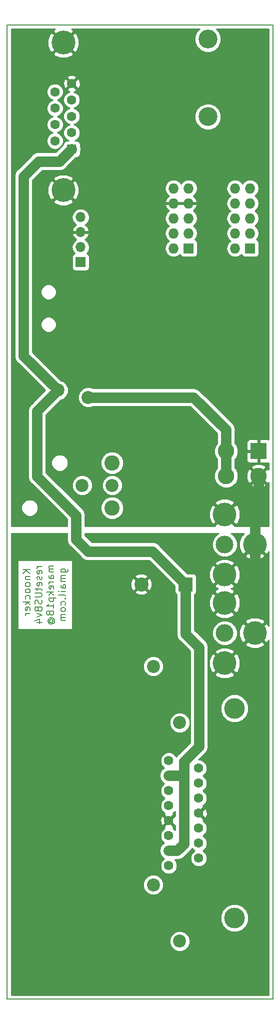
<source format=gbr>
G04 #@! TF.GenerationSoftware,KiCad,Pcbnew,(5.0.0-rc2-dev-311-g1dd4af297)*
G04 #@! TF.CreationDate,2018-07-03T13:58:45+02:00*
G04 #@! TF.ProjectId,resetUSB,72657365745553422E6B696361645F70,1.0*
G04 #@! TF.SameCoordinates,PX29ff57cPY2521014*
G04 #@! TF.FileFunction,Copper,L2,Bot,Signal*
G04 #@! TF.FilePolarity,Positive*
%FSLAX46Y46*%
G04 Gerber Fmt 4.6, Leading zero omitted, Abs format (unit mm)*
G04 Created by KiCad (PCBNEW (5.0.0-rc2-dev-311-g1dd4af297)) date 07/03/18 13:58:45*
%MOMM*%
%LPD*%
G01*
G04 APERTURE LIST*
%ADD10C,0.150000*%
%ADD11C,0.200000*%
%ADD12C,2.200000*%
%ADD13R,2.400000X2.400000*%
%ADD14C,2.400000*%
%ADD15C,1.600000*%
%ADD16R,1.600000X1.600000*%
%ADD17C,4.050000*%
%ADD18R,1.727200X1.727200*%
%ADD19O,1.727200X1.727200*%
%ADD20C,3.500000*%
%ADD21C,3.200000*%
%ADD22C,2.600000*%
%ADD23C,4.000000*%
%ADD24C,3.000000*%
%ADD25C,2.800000*%
%ADD26R,2.800000X2.800000*%
%ADD27R,1.700000X1.700000*%
%ADD28O,1.700000X1.700000*%
%ADD29C,1.300000*%
%ADD30C,1.800000*%
%ADD31C,0.254000*%
G04 APERTURE END LIST*
D10*
X0Y-165000000D02*
X0Y0D01*
X45000000Y-165000000D02*
X0Y-165000000D01*
X45000000Y0D02*
X45000000Y-165000000D01*
X0Y0D02*
X45000000Y0D01*
D11*
X3892857Y-92234285D02*
X2692857Y-92234285D01*
X3892857Y-92920000D02*
X3207142Y-92405714D01*
X2692857Y-92920000D02*
X3378571Y-92234285D01*
X3092857Y-93434285D02*
X3892857Y-93434285D01*
X3207142Y-93434285D02*
X3150000Y-93491428D01*
X3092857Y-93605714D01*
X3092857Y-93777142D01*
X3150000Y-93891428D01*
X3264285Y-93948571D01*
X3892857Y-93948571D01*
X3892857Y-94691428D02*
X3835714Y-94577142D01*
X3778571Y-94520000D01*
X3664285Y-94462857D01*
X3321428Y-94462857D01*
X3207142Y-94520000D01*
X3150000Y-94577142D01*
X3092857Y-94691428D01*
X3092857Y-94862857D01*
X3150000Y-94977142D01*
X3207142Y-95034285D01*
X3321428Y-95091428D01*
X3664285Y-95091428D01*
X3778571Y-95034285D01*
X3835714Y-94977142D01*
X3892857Y-94862857D01*
X3892857Y-94691428D01*
X3892857Y-95777142D02*
X3835714Y-95662857D01*
X3778571Y-95605714D01*
X3664285Y-95548571D01*
X3321428Y-95548571D01*
X3207142Y-95605714D01*
X3150000Y-95662857D01*
X3092857Y-95777142D01*
X3092857Y-95948571D01*
X3150000Y-96062857D01*
X3207142Y-96120000D01*
X3321428Y-96177142D01*
X3664285Y-96177142D01*
X3778571Y-96120000D01*
X3835714Y-96062857D01*
X3892857Y-95948571D01*
X3892857Y-95777142D01*
X3835714Y-97205714D02*
X3892857Y-97091428D01*
X3892857Y-96862857D01*
X3835714Y-96748571D01*
X3778571Y-96691428D01*
X3664285Y-96634285D01*
X3321428Y-96634285D01*
X3207142Y-96691428D01*
X3150000Y-96748571D01*
X3092857Y-96862857D01*
X3092857Y-97091428D01*
X3150000Y-97205714D01*
X3892857Y-97720000D02*
X2692857Y-97720000D01*
X3435714Y-97834285D02*
X3892857Y-98177142D01*
X3092857Y-98177142D02*
X3550000Y-97720000D01*
X3835714Y-99148571D02*
X3892857Y-99034285D01*
X3892857Y-98805714D01*
X3835714Y-98691428D01*
X3721428Y-98634285D01*
X3264285Y-98634285D01*
X3150000Y-98691428D01*
X3092857Y-98805714D01*
X3092857Y-99034285D01*
X3150000Y-99148571D01*
X3264285Y-99205714D01*
X3378571Y-99205714D01*
X3492857Y-98634285D01*
X3892857Y-99720000D02*
X3092857Y-99720000D01*
X3321428Y-99720000D02*
X3207142Y-99777142D01*
X3150000Y-99834285D01*
X3092857Y-99948571D01*
X3092857Y-100062857D01*
X5892857Y-91748571D02*
X5092857Y-91748571D01*
X5321428Y-91748571D02*
X5207142Y-91805714D01*
X5150000Y-91862857D01*
X5092857Y-91977142D01*
X5092857Y-92091428D01*
X5835714Y-92948571D02*
X5892857Y-92834285D01*
X5892857Y-92605714D01*
X5835714Y-92491428D01*
X5721428Y-92434285D01*
X5264285Y-92434285D01*
X5150000Y-92491428D01*
X5092857Y-92605714D01*
X5092857Y-92834285D01*
X5150000Y-92948571D01*
X5264285Y-93005714D01*
X5378571Y-93005714D01*
X5492857Y-92434285D01*
X5835714Y-93462857D02*
X5892857Y-93577142D01*
X5892857Y-93805714D01*
X5835714Y-93920000D01*
X5721428Y-93977142D01*
X5664285Y-93977142D01*
X5550000Y-93920000D01*
X5492857Y-93805714D01*
X5492857Y-93634285D01*
X5435714Y-93520000D01*
X5321428Y-93462857D01*
X5264285Y-93462857D01*
X5150000Y-93520000D01*
X5092857Y-93634285D01*
X5092857Y-93805714D01*
X5150000Y-93920000D01*
X5835714Y-94948571D02*
X5892857Y-94834285D01*
X5892857Y-94605714D01*
X5835714Y-94491428D01*
X5721428Y-94434285D01*
X5264285Y-94434285D01*
X5150000Y-94491428D01*
X5092857Y-94605714D01*
X5092857Y-94834285D01*
X5150000Y-94948571D01*
X5264285Y-95005714D01*
X5378571Y-95005714D01*
X5492857Y-94434285D01*
X5092857Y-95348571D02*
X5092857Y-95805714D01*
X4692857Y-95520000D02*
X5721428Y-95520000D01*
X5835714Y-95577142D01*
X5892857Y-95691428D01*
X5892857Y-95805714D01*
X4692857Y-96205714D02*
X5664285Y-96205714D01*
X5778571Y-96262857D01*
X5835714Y-96320000D01*
X5892857Y-96434285D01*
X5892857Y-96662857D01*
X5835714Y-96777142D01*
X5778571Y-96834285D01*
X5664285Y-96891428D01*
X4692857Y-96891428D01*
X5835714Y-97405714D02*
X5892857Y-97577142D01*
X5892857Y-97862857D01*
X5835714Y-97977142D01*
X5778571Y-98034285D01*
X5664285Y-98091428D01*
X5550000Y-98091428D01*
X5435714Y-98034285D01*
X5378571Y-97977142D01*
X5321428Y-97862857D01*
X5264285Y-97634285D01*
X5207142Y-97520000D01*
X5150000Y-97462857D01*
X5035714Y-97405714D01*
X4921428Y-97405714D01*
X4807142Y-97462857D01*
X4750000Y-97520000D01*
X4692857Y-97634285D01*
X4692857Y-97920000D01*
X4750000Y-98091428D01*
X5264285Y-99005714D02*
X5321428Y-99177142D01*
X5378571Y-99234285D01*
X5492857Y-99291428D01*
X5664285Y-99291428D01*
X5778571Y-99234285D01*
X5835714Y-99177142D01*
X5892857Y-99062857D01*
X5892857Y-98605714D01*
X4692857Y-98605714D01*
X4692857Y-99005714D01*
X4750000Y-99120000D01*
X4807142Y-99177142D01*
X4921428Y-99234285D01*
X5035714Y-99234285D01*
X5150000Y-99177142D01*
X5207142Y-99120000D01*
X5264285Y-99005714D01*
X5264285Y-98605714D01*
X5092857Y-99691428D02*
X5892857Y-99977142D01*
X5092857Y-100262857D01*
X5092857Y-101234285D02*
X5892857Y-101234285D01*
X4635714Y-100948571D02*
X5492857Y-100662857D01*
X5492857Y-101405714D01*
X7892857Y-91634285D02*
X7092857Y-91634285D01*
X7207142Y-91634285D02*
X7150000Y-91691428D01*
X7092857Y-91805714D01*
X7092857Y-91977142D01*
X7150000Y-92091428D01*
X7264285Y-92148571D01*
X7892857Y-92148571D01*
X7264285Y-92148571D02*
X7150000Y-92205714D01*
X7092857Y-92320000D01*
X7092857Y-92491428D01*
X7150000Y-92605714D01*
X7264285Y-92662857D01*
X7892857Y-92662857D01*
X7892857Y-93748571D02*
X7264285Y-93748571D01*
X7150000Y-93691428D01*
X7092857Y-93577142D01*
X7092857Y-93348571D01*
X7150000Y-93234285D01*
X7835714Y-93748571D02*
X7892857Y-93634285D01*
X7892857Y-93348571D01*
X7835714Y-93234285D01*
X7721428Y-93177142D01*
X7607142Y-93177142D01*
X7492857Y-93234285D01*
X7435714Y-93348571D01*
X7435714Y-93634285D01*
X7378571Y-93748571D01*
X7892857Y-94320000D02*
X7092857Y-94320000D01*
X7321428Y-94320000D02*
X7207142Y-94377142D01*
X7150000Y-94434285D01*
X7092857Y-94548571D01*
X7092857Y-94662857D01*
X7835714Y-95520000D02*
X7892857Y-95405714D01*
X7892857Y-95177142D01*
X7835714Y-95062857D01*
X7721428Y-95005714D01*
X7264285Y-95005714D01*
X7150000Y-95062857D01*
X7092857Y-95177142D01*
X7092857Y-95405714D01*
X7150000Y-95520000D01*
X7264285Y-95577142D01*
X7378571Y-95577142D01*
X7492857Y-95005714D01*
X7892857Y-96091428D02*
X6692857Y-96091428D01*
X7435714Y-96205714D02*
X7892857Y-96548571D01*
X7092857Y-96548571D02*
X7550000Y-96091428D01*
X7092857Y-97062857D02*
X8292857Y-97062857D01*
X7150000Y-97062857D02*
X7092857Y-97177142D01*
X7092857Y-97405714D01*
X7150000Y-97520000D01*
X7207142Y-97577142D01*
X7321428Y-97634285D01*
X7664285Y-97634285D01*
X7778571Y-97577142D01*
X7835714Y-97520000D01*
X7892857Y-97405714D01*
X7892857Y-97177142D01*
X7835714Y-97062857D01*
X7892857Y-98777142D02*
X7892857Y-98091428D01*
X7892857Y-98434285D02*
X6692857Y-98434285D01*
X6864285Y-98320000D01*
X6978571Y-98205714D01*
X7035714Y-98091428D01*
X7207142Y-99462857D02*
X7150000Y-99348571D01*
X7092857Y-99291428D01*
X6978571Y-99234285D01*
X6921428Y-99234285D01*
X6807142Y-99291428D01*
X6750000Y-99348571D01*
X6692857Y-99462857D01*
X6692857Y-99691428D01*
X6750000Y-99805714D01*
X6807142Y-99862857D01*
X6921428Y-99920000D01*
X6978571Y-99920000D01*
X7092857Y-99862857D01*
X7150000Y-99805714D01*
X7207142Y-99691428D01*
X7207142Y-99462857D01*
X7264285Y-99348571D01*
X7321428Y-99291428D01*
X7435714Y-99234285D01*
X7664285Y-99234285D01*
X7778571Y-99291428D01*
X7835714Y-99348571D01*
X7892857Y-99462857D01*
X7892857Y-99691428D01*
X7835714Y-99805714D01*
X7778571Y-99862857D01*
X7664285Y-99920000D01*
X7435714Y-99920000D01*
X7321428Y-99862857D01*
X7264285Y-99805714D01*
X7207142Y-99691428D01*
X7321428Y-101177142D02*
X7264285Y-101120000D01*
X7207142Y-101005714D01*
X7207142Y-100891428D01*
X7264285Y-100777142D01*
X7321428Y-100720000D01*
X7435714Y-100662857D01*
X7550000Y-100662857D01*
X7664285Y-100720000D01*
X7721428Y-100777142D01*
X7778571Y-100891428D01*
X7778571Y-101005714D01*
X7721428Y-101120000D01*
X7664285Y-101177142D01*
X7207142Y-101177142D02*
X7664285Y-101177142D01*
X7721428Y-101234285D01*
X7721428Y-101291428D01*
X7664285Y-101405714D01*
X7550000Y-101462857D01*
X7264285Y-101462857D01*
X7092857Y-101348571D01*
X6978571Y-101177142D01*
X6921428Y-100948571D01*
X6978571Y-100720000D01*
X7092857Y-100548571D01*
X7264285Y-100434285D01*
X7492857Y-100377142D01*
X7721428Y-100434285D01*
X7892857Y-100548571D01*
X8007142Y-100720000D01*
X8064285Y-100948571D01*
X8007142Y-101177142D01*
X7892857Y-101348571D01*
X9092857Y-92691428D02*
X10064285Y-92691428D01*
X10178571Y-92634285D01*
X10235714Y-92577142D01*
X10292857Y-92462857D01*
X10292857Y-92291428D01*
X10235714Y-92177142D01*
X9835714Y-92691428D02*
X9892857Y-92577142D01*
X9892857Y-92348571D01*
X9835714Y-92234285D01*
X9778571Y-92177142D01*
X9664285Y-92120000D01*
X9321428Y-92120000D01*
X9207142Y-92177142D01*
X9150000Y-92234285D01*
X9092857Y-92348571D01*
X9092857Y-92577142D01*
X9150000Y-92691428D01*
X9892857Y-93262857D02*
X9092857Y-93262857D01*
X9207142Y-93262857D02*
X9150000Y-93320000D01*
X9092857Y-93434285D01*
X9092857Y-93605714D01*
X9150000Y-93720000D01*
X9264285Y-93777142D01*
X9892857Y-93777142D01*
X9264285Y-93777142D02*
X9150000Y-93834285D01*
X9092857Y-93948571D01*
X9092857Y-94120000D01*
X9150000Y-94234285D01*
X9264285Y-94291428D01*
X9892857Y-94291428D01*
X9892857Y-95377142D02*
X9264285Y-95377142D01*
X9150000Y-95320000D01*
X9092857Y-95205714D01*
X9092857Y-94977142D01*
X9150000Y-94862857D01*
X9835714Y-95377142D02*
X9892857Y-95262857D01*
X9892857Y-94977142D01*
X9835714Y-94862857D01*
X9721428Y-94805714D01*
X9607142Y-94805714D01*
X9492857Y-94862857D01*
X9435714Y-94977142D01*
X9435714Y-95262857D01*
X9378571Y-95377142D01*
X9892857Y-95948571D02*
X9092857Y-95948571D01*
X8692857Y-95948571D02*
X8750000Y-95891428D01*
X8807142Y-95948571D01*
X8750000Y-96005714D01*
X8692857Y-95948571D01*
X8807142Y-95948571D01*
X9892857Y-96691428D02*
X9835714Y-96577142D01*
X9721428Y-96520000D01*
X8692857Y-96520000D01*
X9778571Y-97148571D02*
X9835714Y-97205714D01*
X9892857Y-97148571D01*
X9835714Y-97091428D01*
X9778571Y-97148571D01*
X9892857Y-97148571D01*
X9835714Y-98234285D02*
X9892857Y-98120000D01*
X9892857Y-97891428D01*
X9835714Y-97777142D01*
X9778571Y-97720000D01*
X9664285Y-97662857D01*
X9321428Y-97662857D01*
X9207142Y-97720000D01*
X9150000Y-97777142D01*
X9092857Y-97891428D01*
X9092857Y-98120000D01*
X9150000Y-98234285D01*
X9892857Y-98920000D02*
X9835714Y-98805714D01*
X9778571Y-98748571D01*
X9664285Y-98691428D01*
X9321428Y-98691428D01*
X9207142Y-98748571D01*
X9150000Y-98805714D01*
X9092857Y-98920000D01*
X9092857Y-99091428D01*
X9150000Y-99205714D01*
X9207142Y-99262857D01*
X9321428Y-99320000D01*
X9664285Y-99320000D01*
X9778571Y-99262857D01*
X9835714Y-99205714D01*
X9892857Y-99091428D01*
X9892857Y-98920000D01*
X9892857Y-99834285D02*
X9092857Y-99834285D01*
X9207142Y-99834285D02*
X9150000Y-99891428D01*
X9092857Y-100005714D01*
X9092857Y-100177142D01*
X9150000Y-100291428D01*
X9264285Y-100348571D01*
X9892857Y-100348571D01*
X9264285Y-100348571D02*
X9150000Y-100405714D01*
X9092857Y-100520000D01*
X9092857Y-100691428D01*
X9150000Y-100805714D01*
X9264285Y-100862857D01*
X9892857Y-100862857D01*
D12*
X8626000Y-61884000D03*
X13726000Y-63084000D03*
D13*
X30226000Y-94742000D03*
D14*
X22726000Y-94742000D03*
D15*
X8100000Y-11345000D03*
X8100000Y-14115000D03*
X8100000Y-16885000D03*
X8100000Y-19655000D03*
X10940000Y-9960000D03*
X10940000Y-12730000D03*
D16*
X10940000Y-21040000D03*
D15*
X10940000Y-18270000D03*
X10940000Y-15500000D03*
D17*
X9520000Y-3005000D03*
X9520000Y-27995000D03*
D18*
X41148000Y-37846000D03*
D19*
X38608000Y-37846000D03*
X41148000Y-35306000D03*
X38608000Y-35306000D03*
X41148000Y-32766000D03*
X38608000Y-32766000D03*
X41148000Y-30226000D03*
X38608000Y-30226000D03*
X41148000Y-27686000D03*
X38608000Y-27686000D03*
X28194000Y-27686000D03*
X30734000Y-27686000D03*
X28194000Y-30226000D03*
X30734000Y-30226000D03*
X28194000Y-32766000D03*
X30734000Y-32766000D03*
X28194000Y-35306000D03*
X30734000Y-35306000D03*
X28194000Y-37846000D03*
D18*
X30734000Y-37846000D03*
D20*
X38500000Y-115750000D03*
X38500000Y-151250000D03*
D21*
X34000000Y-2430000D03*
X34000000Y-15570000D03*
D12*
X12710000Y-78000000D03*
X17790000Y-78000000D03*
D22*
X17790000Y-81810000D03*
X17790000Y-74190000D03*
D23*
X36836500Y-82892000D03*
X36836500Y-93092000D03*
D24*
X36836500Y-87992000D03*
D23*
X41936500Y-87992000D03*
X41936500Y-102992000D03*
D24*
X36836500Y-102992000D03*
D23*
X36836500Y-108092000D03*
X36836500Y-97892000D03*
D15*
X27370000Y-142390000D03*
X27370000Y-139850000D03*
X27370000Y-137310000D03*
X27370000Y-134770000D03*
X27370000Y-132230000D03*
X27370000Y-129690000D03*
X27370000Y-127150000D03*
X27370000Y-124610000D03*
X32450000Y-141120000D03*
X32450000Y-138580000D03*
X32450000Y-136040000D03*
X32450000Y-125880000D03*
X32450000Y-128420000D03*
X32450000Y-130960000D03*
X32450000Y-133500000D03*
D12*
X24770000Y-108650000D03*
X29210000Y-118180000D03*
X24770000Y-145650000D03*
X29210000Y-155180000D03*
D25*
X37076000Y-76414000D03*
X37076000Y-72214000D03*
X42576000Y-76414000D03*
D26*
X42576000Y-72214000D03*
D27*
X12446000Y-40204000D03*
D28*
X12446000Y-37664000D03*
X12446000Y-35124000D03*
X12446000Y-32584000D03*
D29*
X22606000Y-67310000D03*
X15875000Y-51562000D03*
X17399000Y-51562000D03*
X18923000Y-51562000D03*
X22078000Y-32258000D03*
X19050000Y-32258000D03*
X20574000Y-32258000D03*
X19090400Y-58415800D03*
X30535191Y-49371793D03*
D30*
X41936500Y-87992000D02*
X41936500Y-94461500D01*
X42576000Y-76414000D02*
X42576000Y-80614000D01*
X42576000Y-80614000D02*
X41936500Y-81253500D01*
X41936500Y-81253500D02*
X41936500Y-87992000D01*
X8866000Y-23114000D02*
X5334000Y-23114000D01*
X10940000Y-21040000D02*
X8866000Y-23114000D01*
X5334000Y-23114000D02*
X2794000Y-25654000D01*
X2794000Y-25654000D02*
X2794000Y-56052000D01*
X2794000Y-56052000D02*
X8626000Y-61884000D01*
X29972000Y-124714000D02*
X32512000Y-122174000D01*
X29972000Y-127000000D02*
X29972000Y-124714000D01*
X32512000Y-122174000D02*
X32512000Y-105410000D01*
X32512000Y-105410000D02*
X30226000Y-103124000D01*
X30226000Y-103124000D02*
X30226000Y-94742000D01*
X5080000Y-76454000D02*
X5080000Y-65430000D01*
X11684000Y-83058000D02*
X5080000Y-76454000D01*
X11684000Y-87122000D02*
X11684000Y-83058000D01*
X13716000Y-89154000D02*
X11684000Y-87122000D01*
X30226000Y-94742000D02*
X24638000Y-89154000D01*
X24638000Y-89154000D02*
X13716000Y-89154000D01*
X5080000Y-65430000D02*
X8626000Y-61884000D01*
X29972000Y-138684000D02*
X29972000Y-127000000D01*
X27370000Y-127150000D02*
X29822000Y-127150000D01*
X29822000Y-127150000D02*
X29972000Y-127000000D01*
X28806000Y-139850000D02*
X29972000Y-138684000D01*
X27370000Y-139850000D02*
X28806000Y-139850000D01*
X37076000Y-68572000D02*
X31588000Y-63084000D01*
X37076000Y-72214000D02*
X37076000Y-68572000D01*
X31588000Y-63084000D02*
X13726000Y-63084000D01*
X37076000Y-76414000D02*
X37076000Y-72214000D01*
D31*
G36*
X10149000Y-86970823D02*
X10118929Y-87122000D01*
X10149000Y-87273177D01*
X10149000Y-87273181D01*
X10238062Y-87720926D01*
X10577327Y-88228673D01*
X10705495Y-88314312D01*
X12523689Y-90132507D01*
X12609327Y-90260673D01*
X13117073Y-90599938D01*
X13564818Y-90689000D01*
X13564823Y-90689000D01*
X13716000Y-90719071D01*
X13867177Y-90689000D01*
X24002183Y-90689000D01*
X28378560Y-95065378D01*
X28378560Y-95942000D01*
X28427843Y-96189765D01*
X28568191Y-96399809D01*
X28691001Y-96481869D01*
X28691000Y-102972823D01*
X28660929Y-103124000D01*
X28691000Y-103275177D01*
X28691000Y-103275181D01*
X28780062Y-103722926D01*
X29119327Y-104230673D01*
X29247495Y-104316312D01*
X30977001Y-106045819D01*
X30977000Y-121538182D01*
X28993493Y-123521690D01*
X28865328Y-123607327D01*
X28779691Y-123735492D01*
X28779690Y-123735493D01*
X28644689Y-123937536D01*
X28586534Y-123797138D01*
X28182862Y-123393466D01*
X27655439Y-123175000D01*
X27084561Y-123175000D01*
X26557138Y-123393466D01*
X26153466Y-123797138D01*
X25935000Y-124324561D01*
X25935000Y-124895439D01*
X26153466Y-125422862D01*
X26557138Y-125826534D01*
X26576054Y-125834369D01*
X26263327Y-126043327D01*
X25924062Y-126551073D01*
X25804928Y-127150000D01*
X25924062Y-127748927D01*
X26263327Y-128256673D01*
X26576054Y-128465631D01*
X26557138Y-128473466D01*
X26153466Y-128877138D01*
X25935000Y-129404561D01*
X25935000Y-129975439D01*
X26153466Y-130502862D01*
X26557138Y-130906534D01*
X26686216Y-130960000D01*
X26557138Y-131013466D01*
X26153466Y-131417138D01*
X25935000Y-131944561D01*
X25935000Y-132515439D01*
X26153466Y-133042862D01*
X26557138Y-133446534D01*
X26670583Y-133493525D01*
X26615995Y-133516136D01*
X26541861Y-133762255D01*
X27370000Y-134590395D01*
X28198139Y-133762255D01*
X28124005Y-133516136D01*
X28065552Y-133495126D01*
X28182862Y-133446534D01*
X28437000Y-133192396D01*
X28437000Y-133959709D01*
X28377745Y-133941861D01*
X27549605Y-134770000D01*
X28377745Y-135598139D01*
X28437000Y-135580291D01*
X28437000Y-136347604D01*
X28182862Y-136093466D01*
X28069417Y-136046475D01*
X28124005Y-136023864D01*
X28198139Y-135777745D01*
X27370000Y-134949605D01*
X26541861Y-135777745D01*
X26615995Y-136023864D01*
X26674448Y-136044874D01*
X26557138Y-136093466D01*
X26153466Y-136497138D01*
X25935000Y-137024561D01*
X25935000Y-137595439D01*
X26153466Y-138122862D01*
X26557138Y-138526534D01*
X26576054Y-138534369D01*
X26263327Y-138743327D01*
X25924062Y-139251073D01*
X25804928Y-139850000D01*
X25924062Y-140448927D01*
X26263327Y-140956673D01*
X26576054Y-141165631D01*
X26557138Y-141173466D01*
X26153466Y-141577138D01*
X25935000Y-142104561D01*
X25935000Y-142675439D01*
X26153466Y-143202862D01*
X26557138Y-143606534D01*
X27084561Y-143825000D01*
X27655439Y-143825000D01*
X28182862Y-143606534D01*
X28586534Y-143202862D01*
X28805000Y-142675439D01*
X28805000Y-142104561D01*
X28586534Y-141577138D01*
X28394396Y-141385000D01*
X28654823Y-141385000D01*
X28806000Y-141415071D01*
X28957177Y-141385000D01*
X28957182Y-141385000D01*
X29404927Y-141295938D01*
X29912673Y-140956673D01*
X29998312Y-140828505D01*
X30950508Y-139876310D01*
X31078673Y-139790673D01*
X31300015Y-139459411D01*
X31637138Y-139796534D01*
X31766216Y-139850000D01*
X31637138Y-139903466D01*
X31233466Y-140307138D01*
X31015000Y-140834561D01*
X31015000Y-141405439D01*
X31233466Y-141932862D01*
X31637138Y-142336534D01*
X32164561Y-142555000D01*
X32735439Y-142555000D01*
X33262862Y-142336534D01*
X33666534Y-141932862D01*
X33885000Y-141405439D01*
X33885000Y-140834561D01*
X33666534Y-140307138D01*
X33262862Y-139903466D01*
X33133784Y-139850000D01*
X33262862Y-139796534D01*
X33666534Y-139392862D01*
X33885000Y-138865439D01*
X33885000Y-138294561D01*
X33666534Y-137767138D01*
X33262862Y-137363466D01*
X33133784Y-137310000D01*
X33262862Y-137256534D01*
X33666534Y-136852862D01*
X33885000Y-136325439D01*
X33885000Y-135754561D01*
X33666534Y-135227138D01*
X33262862Y-134823466D01*
X33149417Y-134776475D01*
X33204005Y-134753864D01*
X33278139Y-134507745D01*
X32450000Y-133679605D01*
X32435858Y-133693748D01*
X32256252Y-133514142D01*
X32270395Y-133500000D01*
X32629605Y-133500000D01*
X33457745Y-134328139D01*
X33703864Y-134254005D01*
X33896965Y-133716777D01*
X33869778Y-133146546D01*
X33703864Y-132745995D01*
X33457745Y-132671861D01*
X32629605Y-133500000D01*
X32270395Y-133500000D01*
X32256252Y-133485858D01*
X32435858Y-133306252D01*
X32450000Y-133320395D01*
X33278139Y-132492255D01*
X33204005Y-132246136D01*
X33145552Y-132225126D01*
X33262862Y-132176534D01*
X33666534Y-131772862D01*
X33885000Y-131245439D01*
X33885000Y-130674561D01*
X33666534Y-130147138D01*
X33262862Y-129743466D01*
X33133784Y-129690000D01*
X33262862Y-129636534D01*
X33666534Y-129232862D01*
X33885000Y-128705439D01*
X33885000Y-128134561D01*
X33666534Y-127607138D01*
X33262862Y-127203466D01*
X33133784Y-127150000D01*
X33262862Y-127096534D01*
X33666534Y-126692862D01*
X33885000Y-126165439D01*
X33885000Y-125594561D01*
X33666534Y-125067138D01*
X33262862Y-124663466D01*
X32735439Y-124445000D01*
X32411818Y-124445000D01*
X33490508Y-123366310D01*
X33618673Y-123280673D01*
X33957938Y-122772927D01*
X34047000Y-122325182D01*
X34047000Y-122325178D01*
X34077071Y-122174001D01*
X34047000Y-122022824D01*
X34047000Y-115275594D01*
X36115000Y-115275594D01*
X36115000Y-116224406D01*
X36478095Y-117100994D01*
X37149006Y-117771905D01*
X38025594Y-118135000D01*
X38974406Y-118135000D01*
X39850994Y-117771905D01*
X40521905Y-117100994D01*
X40885000Y-116224406D01*
X40885000Y-115275594D01*
X40521905Y-114399006D01*
X39850994Y-113728095D01*
X38974406Y-113365000D01*
X38025594Y-113365000D01*
X37149006Y-113728095D01*
X36478095Y-114399006D01*
X36115000Y-115275594D01*
X34047000Y-115275594D01*
X34047000Y-109967022D01*
X35141084Y-109967022D01*
X35361853Y-110337743D01*
X36333512Y-110731119D01*
X37381747Y-110722713D01*
X38311147Y-110337743D01*
X38531916Y-109967022D01*
X36836500Y-108271605D01*
X35141084Y-109967022D01*
X34047000Y-109967022D01*
X34047000Y-107589012D01*
X34197381Y-107589012D01*
X34205787Y-108637247D01*
X34590757Y-109566647D01*
X34961478Y-109787416D01*
X36656895Y-108092000D01*
X37016105Y-108092000D01*
X38711522Y-109787416D01*
X39082243Y-109566647D01*
X39475619Y-108594988D01*
X39467213Y-107546753D01*
X39082243Y-106617353D01*
X38711522Y-106396584D01*
X37016105Y-108092000D01*
X36656895Y-108092000D01*
X34961478Y-106396584D01*
X34590757Y-106617353D01*
X34197381Y-107589012D01*
X34047000Y-107589012D01*
X34047000Y-106216978D01*
X35141084Y-106216978D01*
X36836500Y-107912395D01*
X38531916Y-106216978D01*
X38311147Y-105846257D01*
X37339488Y-105452881D01*
X36291253Y-105461287D01*
X35361853Y-105846257D01*
X35141084Y-106216978D01*
X34047000Y-106216978D01*
X34047000Y-105561176D01*
X34077071Y-105409999D01*
X34047000Y-105258822D01*
X34047000Y-105258818D01*
X33957938Y-104811073D01*
X33618673Y-104303327D01*
X33490507Y-104217690D01*
X31840139Y-102567322D01*
X34701500Y-102567322D01*
X34701500Y-103416678D01*
X35026534Y-104201380D01*
X35627120Y-104801966D01*
X36411822Y-105127000D01*
X37261178Y-105127000D01*
X37888820Y-104867022D01*
X40241084Y-104867022D01*
X40461853Y-105237743D01*
X41433512Y-105631119D01*
X42481747Y-105622713D01*
X43411147Y-105237743D01*
X43631916Y-104867022D01*
X41936500Y-103171605D01*
X40241084Y-104867022D01*
X37888820Y-104867022D01*
X38045880Y-104801966D01*
X38646466Y-104201380D01*
X38971500Y-103416678D01*
X38971500Y-102567322D01*
X38939063Y-102489012D01*
X39297381Y-102489012D01*
X39305787Y-103537247D01*
X39690757Y-104466647D01*
X40061478Y-104687416D01*
X41756895Y-102992000D01*
X40061478Y-101296584D01*
X39690757Y-101517353D01*
X39297381Y-102489012D01*
X38939063Y-102489012D01*
X38646466Y-101782620D01*
X38045880Y-101182034D01*
X37888821Y-101116978D01*
X40241084Y-101116978D01*
X41936500Y-102812395D01*
X43631916Y-101116978D01*
X43411147Y-100746257D01*
X42439488Y-100352881D01*
X41391253Y-100361287D01*
X40461853Y-100746257D01*
X40241084Y-101116978D01*
X37888821Y-101116978D01*
X37261178Y-100857000D01*
X36411822Y-100857000D01*
X35627120Y-101182034D01*
X35026534Y-101782620D01*
X34701500Y-102567322D01*
X31840139Y-102567322D01*
X31761000Y-102488183D01*
X31761000Y-99767022D01*
X35141084Y-99767022D01*
X35361853Y-100137743D01*
X36333512Y-100531119D01*
X37381747Y-100522713D01*
X38311147Y-100137743D01*
X38531916Y-99767022D01*
X36836500Y-98071605D01*
X35141084Y-99767022D01*
X31761000Y-99767022D01*
X31761000Y-97389012D01*
X34197381Y-97389012D01*
X34205787Y-98437247D01*
X34590757Y-99366647D01*
X34961478Y-99587416D01*
X36656895Y-97892000D01*
X37016105Y-97892000D01*
X38711522Y-99587416D01*
X39082243Y-99366647D01*
X39475619Y-98394988D01*
X39467213Y-97346753D01*
X39082243Y-96417353D01*
X38711522Y-96196584D01*
X37016105Y-97892000D01*
X36656895Y-97892000D01*
X34961478Y-96196584D01*
X34590757Y-96417353D01*
X34197381Y-97389012D01*
X31761000Y-97389012D01*
X31761000Y-96481868D01*
X31883809Y-96399809D01*
X32024157Y-96189765D01*
X32073440Y-95942000D01*
X32073440Y-94967022D01*
X35141084Y-94967022D01*
X35361853Y-95337743D01*
X35738520Y-95490237D01*
X35361853Y-95646257D01*
X35141084Y-96016978D01*
X36836500Y-97712395D01*
X38531916Y-96016978D01*
X38311147Y-95646257D01*
X37934480Y-95493763D01*
X38311147Y-95337743D01*
X38531916Y-94967022D01*
X36836500Y-93271605D01*
X35141084Y-94967022D01*
X32073440Y-94967022D01*
X32073440Y-93542000D01*
X32024157Y-93294235D01*
X31883809Y-93084191D01*
X31673765Y-92943843D01*
X31426000Y-92894560D01*
X30549378Y-92894560D01*
X30243830Y-92589012D01*
X34197381Y-92589012D01*
X34205787Y-93637247D01*
X34590757Y-94566647D01*
X34961478Y-94787416D01*
X36656895Y-93092000D01*
X37016105Y-93092000D01*
X38711522Y-94787416D01*
X39082243Y-94566647D01*
X39475619Y-93594988D01*
X39467213Y-92546753D01*
X39082243Y-91617353D01*
X38711522Y-91396584D01*
X37016105Y-93092000D01*
X36656895Y-93092000D01*
X34961478Y-91396584D01*
X34590757Y-91617353D01*
X34197381Y-92589012D01*
X30243830Y-92589012D01*
X28871796Y-91216978D01*
X35141084Y-91216978D01*
X36836500Y-92912395D01*
X38531916Y-91216978D01*
X38311147Y-90846257D01*
X37339488Y-90452881D01*
X36291253Y-90461287D01*
X35361853Y-90846257D01*
X35141084Y-91216978D01*
X28871796Y-91216978D01*
X25830312Y-88175495D01*
X25744673Y-88047327D01*
X25236927Y-87708062D01*
X24789182Y-87619000D01*
X24789177Y-87619000D01*
X24638000Y-87588929D01*
X24486823Y-87619000D01*
X14351818Y-87619000D01*
X13219000Y-86486183D01*
X13219000Y-86127000D01*
X35759984Y-86127000D01*
X35627120Y-86182034D01*
X35026534Y-86782620D01*
X34701500Y-87567322D01*
X34701500Y-88416678D01*
X35026534Y-89201380D01*
X35627120Y-89801966D01*
X36411822Y-90127000D01*
X37261178Y-90127000D01*
X37888820Y-89867022D01*
X40241084Y-89867022D01*
X40461853Y-90237743D01*
X41433512Y-90631119D01*
X42481747Y-90622713D01*
X43411147Y-90237743D01*
X43631916Y-89867022D01*
X41936500Y-88171605D01*
X40241084Y-89867022D01*
X37888820Y-89867022D01*
X38045880Y-89801966D01*
X38646466Y-89201380D01*
X38971500Y-88416678D01*
X38971500Y-87567322D01*
X38646466Y-86782620D01*
X38045880Y-86182034D01*
X37913016Y-86127000D01*
X40005560Y-86127000D01*
X39948726Y-86183834D01*
X40061477Y-86296585D01*
X39690757Y-86517353D01*
X39297381Y-87489012D01*
X39305787Y-88537247D01*
X39690757Y-89466647D01*
X40061478Y-89687416D01*
X41756895Y-87992000D01*
X41742752Y-87977858D01*
X41922358Y-87798252D01*
X41936500Y-87812395D01*
X41950642Y-87798252D01*
X42130248Y-87977858D01*
X42116105Y-87992000D01*
X43811522Y-89687416D01*
X44182243Y-89466647D01*
X44290001Y-89200480D01*
X44290001Y-101777503D01*
X44182243Y-101517353D01*
X43811522Y-101296584D01*
X42116105Y-102992000D01*
X43811522Y-104687416D01*
X44182243Y-104466647D01*
X44290001Y-104200480D01*
X44290001Y-164290000D01*
X710000Y-164290000D01*
X710000Y-154834887D01*
X27475000Y-154834887D01*
X27475000Y-155525113D01*
X27739138Y-156162799D01*
X28227201Y-156650862D01*
X28864887Y-156915000D01*
X29555113Y-156915000D01*
X30192799Y-156650862D01*
X30680862Y-156162799D01*
X30945000Y-155525113D01*
X30945000Y-154834887D01*
X30680862Y-154197201D01*
X30192799Y-153709138D01*
X29555113Y-153445000D01*
X28864887Y-153445000D01*
X28227201Y-153709138D01*
X27739138Y-154197201D01*
X27475000Y-154834887D01*
X710000Y-154834887D01*
X710000Y-150775594D01*
X36115000Y-150775594D01*
X36115000Y-151724406D01*
X36478095Y-152600994D01*
X37149006Y-153271905D01*
X38025594Y-153635000D01*
X38974406Y-153635000D01*
X39850994Y-153271905D01*
X40521905Y-152600994D01*
X40885000Y-151724406D01*
X40885000Y-150775594D01*
X40521905Y-149899006D01*
X39850994Y-149228095D01*
X38974406Y-148865000D01*
X38025594Y-148865000D01*
X37149006Y-149228095D01*
X36478095Y-149899006D01*
X36115000Y-150775594D01*
X710000Y-150775594D01*
X710000Y-145304887D01*
X23035000Y-145304887D01*
X23035000Y-145995113D01*
X23299138Y-146632799D01*
X23787201Y-147120862D01*
X24424887Y-147385000D01*
X25115113Y-147385000D01*
X25752799Y-147120862D01*
X26240862Y-146632799D01*
X26505000Y-145995113D01*
X26505000Y-145304887D01*
X26240862Y-144667201D01*
X25752799Y-144179138D01*
X25115113Y-143915000D01*
X24424887Y-143915000D01*
X23787201Y-144179138D01*
X23299138Y-144667201D01*
X23035000Y-145304887D01*
X710000Y-145304887D01*
X710000Y-134553223D01*
X25923035Y-134553223D01*
X25950222Y-135123454D01*
X26116136Y-135524005D01*
X26362255Y-135598139D01*
X27190395Y-134770000D01*
X26362255Y-133941861D01*
X26116136Y-134015995D01*
X25923035Y-134553223D01*
X710000Y-134553223D01*
X710000Y-117834887D01*
X27475000Y-117834887D01*
X27475000Y-118525113D01*
X27739138Y-119162799D01*
X28227201Y-119650862D01*
X28864887Y-119915000D01*
X29555113Y-119915000D01*
X30192799Y-119650862D01*
X30680862Y-119162799D01*
X30945000Y-118525113D01*
X30945000Y-117834887D01*
X30680862Y-117197201D01*
X30192799Y-116709138D01*
X29555113Y-116445000D01*
X28864887Y-116445000D01*
X28227201Y-116709138D01*
X27739138Y-117197201D01*
X27475000Y-117834887D01*
X710000Y-117834887D01*
X710000Y-108304887D01*
X23035000Y-108304887D01*
X23035000Y-108995113D01*
X23299138Y-109632799D01*
X23787201Y-110120862D01*
X24424887Y-110385000D01*
X25115113Y-110385000D01*
X25752799Y-110120862D01*
X26240862Y-109632799D01*
X26505000Y-108995113D01*
X26505000Y-108304887D01*
X26240862Y-107667201D01*
X25752799Y-107179138D01*
X25115113Y-106915000D01*
X24424887Y-106915000D01*
X23787201Y-107179138D01*
X23299138Y-107667201D01*
X23035000Y-108304887D01*
X710000Y-108304887D01*
X710000Y-90613571D01*
X1801000Y-90613571D01*
X1801000Y-102426428D01*
X11071000Y-102426428D01*
X11071000Y-96039175D01*
X21608430Y-96039175D01*
X21731565Y-96326788D01*
X22413734Y-96586707D01*
X23143443Y-96565786D01*
X23720435Y-96326788D01*
X23843570Y-96039175D01*
X22726000Y-94921605D01*
X21608430Y-96039175D01*
X11071000Y-96039175D01*
X11071000Y-94429734D01*
X20881293Y-94429734D01*
X20902214Y-95159443D01*
X21141212Y-95736435D01*
X21428825Y-95859570D01*
X22546395Y-94742000D01*
X22905605Y-94742000D01*
X24023175Y-95859570D01*
X24310788Y-95736435D01*
X24570707Y-95054266D01*
X24549786Y-94324557D01*
X24310788Y-93747565D01*
X24023175Y-93624430D01*
X22905605Y-94742000D01*
X22546395Y-94742000D01*
X21428825Y-93624430D01*
X21141212Y-93747565D01*
X20881293Y-94429734D01*
X11071000Y-94429734D01*
X11071000Y-93444825D01*
X21608430Y-93444825D01*
X22726000Y-94562395D01*
X23843570Y-93444825D01*
X23720435Y-93157212D01*
X23038266Y-92897293D01*
X22308557Y-92918214D01*
X21731565Y-93157212D01*
X21608430Y-93444825D01*
X11071000Y-93444825D01*
X11071000Y-90613571D01*
X1801000Y-90613571D01*
X710000Y-90613571D01*
X710000Y-86127000D01*
X10149000Y-86127000D01*
X10149000Y-86970823D01*
X10149000Y-86970823D01*
G37*
X10149000Y-86970823D02*
X10118929Y-87122000D01*
X10149000Y-87273177D01*
X10149000Y-87273181D01*
X10238062Y-87720926D01*
X10577327Y-88228673D01*
X10705495Y-88314312D01*
X12523689Y-90132507D01*
X12609327Y-90260673D01*
X13117073Y-90599938D01*
X13564818Y-90689000D01*
X13564823Y-90689000D01*
X13716000Y-90719071D01*
X13867177Y-90689000D01*
X24002183Y-90689000D01*
X28378560Y-95065378D01*
X28378560Y-95942000D01*
X28427843Y-96189765D01*
X28568191Y-96399809D01*
X28691001Y-96481869D01*
X28691000Y-102972823D01*
X28660929Y-103124000D01*
X28691000Y-103275177D01*
X28691000Y-103275181D01*
X28780062Y-103722926D01*
X29119327Y-104230673D01*
X29247495Y-104316312D01*
X30977001Y-106045819D01*
X30977000Y-121538182D01*
X28993493Y-123521690D01*
X28865328Y-123607327D01*
X28779691Y-123735492D01*
X28779690Y-123735493D01*
X28644689Y-123937536D01*
X28586534Y-123797138D01*
X28182862Y-123393466D01*
X27655439Y-123175000D01*
X27084561Y-123175000D01*
X26557138Y-123393466D01*
X26153466Y-123797138D01*
X25935000Y-124324561D01*
X25935000Y-124895439D01*
X26153466Y-125422862D01*
X26557138Y-125826534D01*
X26576054Y-125834369D01*
X26263327Y-126043327D01*
X25924062Y-126551073D01*
X25804928Y-127150000D01*
X25924062Y-127748927D01*
X26263327Y-128256673D01*
X26576054Y-128465631D01*
X26557138Y-128473466D01*
X26153466Y-128877138D01*
X25935000Y-129404561D01*
X25935000Y-129975439D01*
X26153466Y-130502862D01*
X26557138Y-130906534D01*
X26686216Y-130960000D01*
X26557138Y-131013466D01*
X26153466Y-131417138D01*
X25935000Y-131944561D01*
X25935000Y-132515439D01*
X26153466Y-133042862D01*
X26557138Y-133446534D01*
X26670583Y-133493525D01*
X26615995Y-133516136D01*
X26541861Y-133762255D01*
X27370000Y-134590395D01*
X28198139Y-133762255D01*
X28124005Y-133516136D01*
X28065552Y-133495126D01*
X28182862Y-133446534D01*
X28437000Y-133192396D01*
X28437000Y-133959709D01*
X28377745Y-133941861D01*
X27549605Y-134770000D01*
X28377745Y-135598139D01*
X28437000Y-135580291D01*
X28437000Y-136347604D01*
X28182862Y-136093466D01*
X28069417Y-136046475D01*
X28124005Y-136023864D01*
X28198139Y-135777745D01*
X27370000Y-134949605D01*
X26541861Y-135777745D01*
X26615995Y-136023864D01*
X26674448Y-136044874D01*
X26557138Y-136093466D01*
X26153466Y-136497138D01*
X25935000Y-137024561D01*
X25935000Y-137595439D01*
X26153466Y-138122862D01*
X26557138Y-138526534D01*
X26576054Y-138534369D01*
X26263327Y-138743327D01*
X25924062Y-139251073D01*
X25804928Y-139850000D01*
X25924062Y-140448927D01*
X26263327Y-140956673D01*
X26576054Y-141165631D01*
X26557138Y-141173466D01*
X26153466Y-141577138D01*
X25935000Y-142104561D01*
X25935000Y-142675439D01*
X26153466Y-143202862D01*
X26557138Y-143606534D01*
X27084561Y-143825000D01*
X27655439Y-143825000D01*
X28182862Y-143606534D01*
X28586534Y-143202862D01*
X28805000Y-142675439D01*
X28805000Y-142104561D01*
X28586534Y-141577138D01*
X28394396Y-141385000D01*
X28654823Y-141385000D01*
X28806000Y-141415071D01*
X28957177Y-141385000D01*
X28957182Y-141385000D01*
X29404927Y-141295938D01*
X29912673Y-140956673D01*
X29998312Y-140828505D01*
X30950508Y-139876310D01*
X31078673Y-139790673D01*
X31300015Y-139459411D01*
X31637138Y-139796534D01*
X31766216Y-139850000D01*
X31637138Y-139903466D01*
X31233466Y-140307138D01*
X31015000Y-140834561D01*
X31015000Y-141405439D01*
X31233466Y-141932862D01*
X31637138Y-142336534D01*
X32164561Y-142555000D01*
X32735439Y-142555000D01*
X33262862Y-142336534D01*
X33666534Y-141932862D01*
X33885000Y-141405439D01*
X33885000Y-140834561D01*
X33666534Y-140307138D01*
X33262862Y-139903466D01*
X33133784Y-139850000D01*
X33262862Y-139796534D01*
X33666534Y-139392862D01*
X33885000Y-138865439D01*
X33885000Y-138294561D01*
X33666534Y-137767138D01*
X33262862Y-137363466D01*
X33133784Y-137310000D01*
X33262862Y-137256534D01*
X33666534Y-136852862D01*
X33885000Y-136325439D01*
X33885000Y-135754561D01*
X33666534Y-135227138D01*
X33262862Y-134823466D01*
X33149417Y-134776475D01*
X33204005Y-134753864D01*
X33278139Y-134507745D01*
X32450000Y-133679605D01*
X32435858Y-133693748D01*
X32256252Y-133514142D01*
X32270395Y-133500000D01*
X32629605Y-133500000D01*
X33457745Y-134328139D01*
X33703864Y-134254005D01*
X33896965Y-133716777D01*
X33869778Y-133146546D01*
X33703864Y-132745995D01*
X33457745Y-132671861D01*
X32629605Y-133500000D01*
X32270395Y-133500000D01*
X32256252Y-133485858D01*
X32435858Y-133306252D01*
X32450000Y-133320395D01*
X33278139Y-132492255D01*
X33204005Y-132246136D01*
X33145552Y-132225126D01*
X33262862Y-132176534D01*
X33666534Y-131772862D01*
X33885000Y-131245439D01*
X33885000Y-130674561D01*
X33666534Y-130147138D01*
X33262862Y-129743466D01*
X33133784Y-129690000D01*
X33262862Y-129636534D01*
X33666534Y-129232862D01*
X33885000Y-128705439D01*
X33885000Y-128134561D01*
X33666534Y-127607138D01*
X33262862Y-127203466D01*
X33133784Y-127150000D01*
X33262862Y-127096534D01*
X33666534Y-126692862D01*
X33885000Y-126165439D01*
X33885000Y-125594561D01*
X33666534Y-125067138D01*
X33262862Y-124663466D01*
X32735439Y-124445000D01*
X32411818Y-124445000D01*
X33490508Y-123366310D01*
X33618673Y-123280673D01*
X33957938Y-122772927D01*
X34047000Y-122325182D01*
X34047000Y-122325178D01*
X34077071Y-122174001D01*
X34047000Y-122022824D01*
X34047000Y-115275594D01*
X36115000Y-115275594D01*
X36115000Y-116224406D01*
X36478095Y-117100994D01*
X37149006Y-117771905D01*
X38025594Y-118135000D01*
X38974406Y-118135000D01*
X39850994Y-117771905D01*
X40521905Y-117100994D01*
X40885000Y-116224406D01*
X40885000Y-115275594D01*
X40521905Y-114399006D01*
X39850994Y-113728095D01*
X38974406Y-113365000D01*
X38025594Y-113365000D01*
X37149006Y-113728095D01*
X36478095Y-114399006D01*
X36115000Y-115275594D01*
X34047000Y-115275594D01*
X34047000Y-109967022D01*
X35141084Y-109967022D01*
X35361853Y-110337743D01*
X36333512Y-110731119D01*
X37381747Y-110722713D01*
X38311147Y-110337743D01*
X38531916Y-109967022D01*
X36836500Y-108271605D01*
X35141084Y-109967022D01*
X34047000Y-109967022D01*
X34047000Y-107589012D01*
X34197381Y-107589012D01*
X34205787Y-108637247D01*
X34590757Y-109566647D01*
X34961478Y-109787416D01*
X36656895Y-108092000D01*
X37016105Y-108092000D01*
X38711522Y-109787416D01*
X39082243Y-109566647D01*
X39475619Y-108594988D01*
X39467213Y-107546753D01*
X39082243Y-106617353D01*
X38711522Y-106396584D01*
X37016105Y-108092000D01*
X36656895Y-108092000D01*
X34961478Y-106396584D01*
X34590757Y-106617353D01*
X34197381Y-107589012D01*
X34047000Y-107589012D01*
X34047000Y-106216978D01*
X35141084Y-106216978D01*
X36836500Y-107912395D01*
X38531916Y-106216978D01*
X38311147Y-105846257D01*
X37339488Y-105452881D01*
X36291253Y-105461287D01*
X35361853Y-105846257D01*
X35141084Y-106216978D01*
X34047000Y-106216978D01*
X34047000Y-105561176D01*
X34077071Y-105409999D01*
X34047000Y-105258822D01*
X34047000Y-105258818D01*
X33957938Y-104811073D01*
X33618673Y-104303327D01*
X33490507Y-104217690D01*
X31840139Y-102567322D01*
X34701500Y-102567322D01*
X34701500Y-103416678D01*
X35026534Y-104201380D01*
X35627120Y-104801966D01*
X36411822Y-105127000D01*
X37261178Y-105127000D01*
X37888820Y-104867022D01*
X40241084Y-104867022D01*
X40461853Y-105237743D01*
X41433512Y-105631119D01*
X42481747Y-105622713D01*
X43411147Y-105237743D01*
X43631916Y-104867022D01*
X41936500Y-103171605D01*
X40241084Y-104867022D01*
X37888820Y-104867022D01*
X38045880Y-104801966D01*
X38646466Y-104201380D01*
X38971500Y-103416678D01*
X38971500Y-102567322D01*
X38939063Y-102489012D01*
X39297381Y-102489012D01*
X39305787Y-103537247D01*
X39690757Y-104466647D01*
X40061478Y-104687416D01*
X41756895Y-102992000D01*
X40061478Y-101296584D01*
X39690757Y-101517353D01*
X39297381Y-102489012D01*
X38939063Y-102489012D01*
X38646466Y-101782620D01*
X38045880Y-101182034D01*
X37888821Y-101116978D01*
X40241084Y-101116978D01*
X41936500Y-102812395D01*
X43631916Y-101116978D01*
X43411147Y-100746257D01*
X42439488Y-100352881D01*
X41391253Y-100361287D01*
X40461853Y-100746257D01*
X40241084Y-101116978D01*
X37888821Y-101116978D01*
X37261178Y-100857000D01*
X36411822Y-100857000D01*
X35627120Y-101182034D01*
X35026534Y-101782620D01*
X34701500Y-102567322D01*
X31840139Y-102567322D01*
X31761000Y-102488183D01*
X31761000Y-99767022D01*
X35141084Y-99767022D01*
X35361853Y-100137743D01*
X36333512Y-100531119D01*
X37381747Y-100522713D01*
X38311147Y-100137743D01*
X38531916Y-99767022D01*
X36836500Y-98071605D01*
X35141084Y-99767022D01*
X31761000Y-99767022D01*
X31761000Y-97389012D01*
X34197381Y-97389012D01*
X34205787Y-98437247D01*
X34590757Y-99366647D01*
X34961478Y-99587416D01*
X36656895Y-97892000D01*
X37016105Y-97892000D01*
X38711522Y-99587416D01*
X39082243Y-99366647D01*
X39475619Y-98394988D01*
X39467213Y-97346753D01*
X39082243Y-96417353D01*
X38711522Y-96196584D01*
X37016105Y-97892000D01*
X36656895Y-97892000D01*
X34961478Y-96196584D01*
X34590757Y-96417353D01*
X34197381Y-97389012D01*
X31761000Y-97389012D01*
X31761000Y-96481868D01*
X31883809Y-96399809D01*
X32024157Y-96189765D01*
X32073440Y-95942000D01*
X32073440Y-94967022D01*
X35141084Y-94967022D01*
X35361853Y-95337743D01*
X35738520Y-95490237D01*
X35361853Y-95646257D01*
X35141084Y-96016978D01*
X36836500Y-97712395D01*
X38531916Y-96016978D01*
X38311147Y-95646257D01*
X37934480Y-95493763D01*
X38311147Y-95337743D01*
X38531916Y-94967022D01*
X36836500Y-93271605D01*
X35141084Y-94967022D01*
X32073440Y-94967022D01*
X32073440Y-93542000D01*
X32024157Y-93294235D01*
X31883809Y-93084191D01*
X31673765Y-92943843D01*
X31426000Y-92894560D01*
X30549378Y-92894560D01*
X30243830Y-92589012D01*
X34197381Y-92589012D01*
X34205787Y-93637247D01*
X34590757Y-94566647D01*
X34961478Y-94787416D01*
X36656895Y-93092000D01*
X37016105Y-93092000D01*
X38711522Y-94787416D01*
X39082243Y-94566647D01*
X39475619Y-93594988D01*
X39467213Y-92546753D01*
X39082243Y-91617353D01*
X38711522Y-91396584D01*
X37016105Y-93092000D01*
X36656895Y-93092000D01*
X34961478Y-91396584D01*
X34590757Y-91617353D01*
X34197381Y-92589012D01*
X30243830Y-92589012D01*
X28871796Y-91216978D01*
X35141084Y-91216978D01*
X36836500Y-92912395D01*
X38531916Y-91216978D01*
X38311147Y-90846257D01*
X37339488Y-90452881D01*
X36291253Y-90461287D01*
X35361853Y-90846257D01*
X35141084Y-91216978D01*
X28871796Y-91216978D01*
X25830312Y-88175495D01*
X25744673Y-88047327D01*
X25236927Y-87708062D01*
X24789182Y-87619000D01*
X24789177Y-87619000D01*
X24638000Y-87588929D01*
X24486823Y-87619000D01*
X14351818Y-87619000D01*
X13219000Y-86486183D01*
X13219000Y-86127000D01*
X35759984Y-86127000D01*
X35627120Y-86182034D01*
X35026534Y-86782620D01*
X34701500Y-87567322D01*
X34701500Y-88416678D01*
X35026534Y-89201380D01*
X35627120Y-89801966D01*
X36411822Y-90127000D01*
X37261178Y-90127000D01*
X37888820Y-89867022D01*
X40241084Y-89867022D01*
X40461853Y-90237743D01*
X41433512Y-90631119D01*
X42481747Y-90622713D01*
X43411147Y-90237743D01*
X43631916Y-89867022D01*
X41936500Y-88171605D01*
X40241084Y-89867022D01*
X37888820Y-89867022D01*
X38045880Y-89801966D01*
X38646466Y-89201380D01*
X38971500Y-88416678D01*
X38971500Y-87567322D01*
X38646466Y-86782620D01*
X38045880Y-86182034D01*
X37913016Y-86127000D01*
X40005560Y-86127000D01*
X39948726Y-86183834D01*
X40061477Y-86296585D01*
X39690757Y-86517353D01*
X39297381Y-87489012D01*
X39305787Y-88537247D01*
X39690757Y-89466647D01*
X40061478Y-89687416D01*
X41756895Y-87992000D01*
X41742752Y-87977858D01*
X41922358Y-87798252D01*
X41936500Y-87812395D01*
X41950642Y-87798252D01*
X42130248Y-87977858D01*
X42116105Y-87992000D01*
X43811522Y-89687416D01*
X44182243Y-89466647D01*
X44290001Y-89200480D01*
X44290001Y-101777503D01*
X44182243Y-101517353D01*
X43811522Y-101296584D01*
X42116105Y-102992000D01*
X43811522Y-104687416D01*
X44182243Y-104466647D01*
X44290001Y-104200480D01*
X44290001Y-164290000D01*
X710000Y-164290000D01*
X710000Y-154834887D01*
X27475000Y-154834887D01*
X27475000Y-155525113D01*
X27739138Y-156162799D01*
X28227201Y-156650862D01*
X28864887Y-156915000D01*
X29555113Y-156915000D01*
X30192799Y-156650862D01*
X30680862Y-156162799D01*
X30945000Y-155525113D01*
X30945000Y-154834887D01*
X30680862Y-154197201D01*
X30192799Y-153709138D01*
X29555113Y-153445000D01*
X28864887Y-153445000D01*
X28227201Y-153709138D01*
X27739138Y-154197201D01*
X27475000Y-154834887D01*
X710000Y-154834887D01*
X710000Y-150775594D01*
X36115000Y-150775594D01*
X36115000Y-151724406D01*
X36478095Y-152600994D01*
X37149006Y-153271905D01*
X38025594Y-153635000D01*
X38974406Y-153635000D01*
X39850994Y-153271905D01*
X40521905Y-152600994D01*
X40885000Y-151724406D01*
X40885000Y-150775594D01*
X40521905Y-149899006D01*
X39850994Y-149228095D01*
X38974406Y-148865000D01*
X38025594Y-148865000D01*
X37149006Y-149228095D01*
X36478095Y-149899006D01*
X36115000Y-150775594D01*
X710000Y-150775594D01*
X710000Y-145304887D01*
X23035000Y-145304887D01*
X23035000Y-145995113D01*
X23299138Y-146632799D01*
X23787201Y-147120862D01*
X24424887Y-147385000D01*
X25115113Y-147385000D01*
X25752799Y-147120862D01*
X26240862Y-146632799D01*
X26505000Y-145995113D01*
X26505000Y-145304887D01*
X26240862Y-144667201D01*
X25752799Y-144179138D01*
X25115113Y-143915000D01*
X24424887Y-143915000D01*
X23787201Y-144179138D01*
X23299138Y-144667201D01*
X23035000Y-145304887D01*
X710000Y-145304887D01*
X710000Y-134553223D01*
X25923035Y-134553223D01*
X25950222Y-135123454D01*
X26116136Y-135524005D01*
X26362255Y-135598139D01*
X27190395Y-134770000D01*
X26362255Y-133941861D01*
X26116136Y-134015995D01*
X25923035Y-134553223D01*
X710000Y-134553223D01*
X710000Y-117834887D01*
X27475000Y-117834887D01*
X27475000Y-118525113D01*
X27739138Y-119162799D01*
X28227201Y-119650862D01*
X28864887Y-119915000D01*
X29555113Y-119915000D01*
X30192799Y-119650862D01*
X30680862Y-119162799D01*
X30945000Y-118525113D01*
X30945000Y-117834887D01*
X30680862Y-117197201D01*
X30192799Y-116709138D01*
X29555113Y-116445000D01*
X28864887Y-116445000D01*
X28227201Y-116709138D01*
X27739138Y-117197201D01*
X27475000Y-117834887D01*
X710000Y-117834887D01*
X710000Y-108304887D01*
X23035000Y-108304887D01*
X23035000Y-108995113D01*
X23299138Y-109632799D01*
X23787201Y-110120862D01*
X24424887Y-110385000D01*
X25115113Y-110385000D01*
X25752799Y-110120862D01*
X26240862Y-109632799D01*
X26505000Y-108995113D01*
X26505000Y-108304887D01*
X26240862Y-107667201D01*
X25752799Y-107179138D01*
X25115113Y-106915000D01*
X24424887Y-106915000D01*
X23787201Y-107179138D01*
X23299138Y-107667201D01*
X23035000Y-108304887D01*
X710000Y-108304887D01*
X710000Y-90613571D01*
X1801000Y-90613571D01*
X1801000Y-102426428D01*
X11071000Y-102426428D01*
X11071000Y-96039175D01*
X21608430Y-96039175D01*
X21731565Y-96326788D01*
X22413734Y-96586707D01*
X23143443Y-96565786D01*
X23720435Y-96326788D01*
X23843570Y-96039175D01*
X22726000Y-94921605D01*
X21608430Y-96039175D01*
X11071000Y-96039175D01*
X11071000Y-94429734D01*
X20881293Y-94429734D01*
X20902214Y-95159443D01*
X21141212Y-95736435D01*
X21428825Y-95859570D01*
X22546395Y-94742000D01*
X22905605Y-94742000D01*
X24023175Y-95859570D01*
X24310788Y-95736435D01*
X24570707Y-95054266D01*
X24549786Y-94324557D01*
X24310788Y-93747565D01*
X24023175Y-93624430D01*
X22905605Y-94742000D01*
X22546395Y-94742000D01*
X21428825Y-93624430D01*
X21141212Y-93747565D01*
X20881293Y-94429734D01*
X11071000Y-94429734D01*
X11071000Y-93444825D01*
X21608430Y-93444825D01*
X22726000Y-94562395D01*
X23843570Y-93444825D01*
X23720435Y-93157212D01*
X23038266Y-92897293D01*
X22308557Y-92918214D01*
X21731565Y-93157212D01*
X21608430Y-93444825D01*
X11071000Y-93444825D01*
X11071000Y-90613571D01*
X1801000Y-90613571D01*
X710000Y-90613571D01*
X710000Y-86127000D01*
X10149000Y-86127000D01*
X10149000Y-86970823D01*
G36*
X8030354Y-738613D02*
X7806537Y-1111932D01*
X9520000Y-2825395D01*
X11233463Y-1111932D01*
X11009646Y-738613D01*
X10939061Y-710000D01*
X32559233Y-710000D01*
X32105259Y-1163974D01*
X31765000Y-1985431D01*
X31765000Y-2874569D01*
X32105259Y-3696026D01*
X32733974Y-4324741D01*
X33555431Y-4665000D01*
X34444569Y-4665000D01*
X35266026Y-4324741D01*
X35894741Y-3696026D01*
X36235000Y-2874569D01*
X36235000Y-1985431D01*
X35894741Y-1163974D01*
X35440767Y-710000D01*
X44290000Y-710000D01*
X44290000Y-70256744D01*
X44102310Y-70179000D01*
X42861750Y-70179000D01*
X42703000Y-70337750D01*
X42703000Y-72087000D01*
X42723000Y-72087000D01*
X42723000Y-72341000D01*
X42703000Y-72341000D01*
X42703000Y-74090250D01*
X42861750Y-74249000D01*
X44102310Y-74249000D01*
X44290000Y-74171256D01*
X44290000Y-75282177D01*
X44017724Y-75151882D01*
X42755605Y-76414000D01*
X44017724Y-77676118D01*
X44290000Y-77545823D01*
X44290001Y-84873000D01*
X38468805Y-84873000D01*
X38531916Y-84767022D01*
X36836500Y-83071605D01*
X35141084Y-84767022D01*
X35204195Y-84873000D01*
X13219000Y-84873000D01*
X13219000Y-83209176D01*
X13249071Y-83057999D01*
X13219000Y-82906822D01*
X13219000Y-82906818D01*
X13129938Y-82459073D01*
X12790673Y-81951327D01*
X12662508Y-81865690D01*
X12221923Y-81425105D01*
X15855000Y-81425105D01*
X15855000Y-82194895D01*
X16149586Y-82906090D01*
X16693910Y-83450414D01*
X17405105Y-83745000D01*
X18174895Y-83745000D01*
X18886090Y-83450414D01*
X19430414Y-82906090D01*
X19644594Y-82389012D01*
X34197381Y-82389012D01*
X34205787Y-83437247D01*
X34590757Y-84366647D01*
X34961478Y-84587416D01*
X36656895Y-82892000D01*
X37016105Y-82892000D01*
X38711522Y-84587416D01*
X39082243Y-84366647D01*
X39475619Y-83394988D01*
X39467213Y-82346753D01*
X39082243Y-81417353D01*
X38711522Y-81196584D01*
X37016105Y-82892000D01*
X36656895Y-82892000D01*
X34961478Y-81196584D01*
X34590757Y-81417353D01*
X34197381Y-82389012D01*
X19644594Y-82389012D01*
X19725000Y-82194895D01*
X19725000Y-81425105D01*
X19555949Y-81016978D01*
X35141084Y-81016978D01*
X36836500Y-82712395D01*
X38531916Y-81016978D01*
X38311147Y-80646257D01*
X37339488Y-80252881D01*
X36291253Y-80261287D01*
X35361853Y-80646257D01*
X35141084Y-81016978D01*
X19555949Y-81016978D01*
X19430414Y-80713910D01*
X18886090Y-80169586D01*
X18174895Y-79875000D01*
X17405105Y-79875000D01*
X16693910Y-80169586D01*
X16149586Y-80713910D01*
X15855000Y-81425105D01*
X12221923Y-81425105D01*
X8451705Y-77654887D01*
X10975000Y-77654887D01*
X10975000Y-78345113D01*
X11239138Y-78982799D01*
X11727201Y-79470862D01*
X12364887Y-79735000D01*
X13055113Y-79735000D01*
X13692799Y-79470862D01*
X14180862Y-78982799D01*
X14445000Y-78345113D01*
X14445000Y-77654887D01*
X16055000Y-77654887D01*
X16055000Y-78345113D01*
X16319138Y-78982799D01*
X16807201Y-79470862D01*
X17444887Y-79735000D01*
X18135113Y-79735000D01*
X18772799Y-79470862D01*
X19260862Y-78982799D01*
X19525000Y-78345113D01*
X19525000Y-77654887D01*
X19260862Y-77017201D01*
X18772799Y-76529138D01*
X18135113Y-76265000D01*
X17444887Y-76265000D01*
X16807201Y-76529138D01*
X16319138Y-77017201D01*
X16055000Y-77654887D01*
X14445000Y-77654887D01*
X14180862Y-77017201D01*
X13692799Y-76529138D01*
X13055113Y-76265000D01*
X12364887Y-76265000D01*
X11727201Y-76529138D01*
X11239138Y-77017201D01*
X10975000Y-77654887D01*
X8451705Y-77654887D01*
X6615000Y-75818183D01*
X6615000Y-73904561D01*
X7465000Y-73904561D01*
X7465000Y-74475439D01*
X7683466Y-75002862D01*
X8087138Y-75406534D01*
X8614561Y-75625000D01*
X9185439Y-75625000D01*
X9712862Y-75406534D01*
X10116534Y-75002862D01*
X10335000Y-74475439D01*
X10335000Y-73904561D01*
X10293804Y-73805105D01*
X15855000Y-73805105D01*
X15855000Y-74574895D01*
X16149586Y-75286090D01*
X16693910Y-75830414D01*
X17405105Y-76125000D01*
X18174895Y-76125000D01*
X18886090Y-75830414D01*
X19430414Y-75286090D01*
X19725000Y-74574895D01*
X19725000Y-73805105D01*
X19430414Y-73093910D01*
X18886090Y-72549586D01*
X18174895Y-72255000D01*
X17405105Y-72255000D01*
X16693910Y-72549586D01*
X16149586Y-73093910D01*
X15855000Y-73805105D01*
X10293804Y-73805105D01*
X10116534Y-73377138D01*
X9712862Y-72973466D01*
X9185439Y-72755000D01*
X8614561Y-72755000D01*
X8087138Y-72973466D01*
X7683466Y-73377138D01*
X7465000Y-73904561D01*
X6615000Y-73904561D01*
X6615000Y-66065817D01*
X9125956Y-63554862D01*
X9608799Y-63354862D01*
X10096862Y-62866799D01*
X10149844Y-62738887D01*
X11991000Y-62738887D01*
X11991000Y-63429113D01*
X12255138Y-64066799D01*
X12743201Y-64554862D01*
X13380887Y-64819000D01*
X14071113Y-64819000D01*
X14553956Y-64619000D01*
X30952183Y-64619000D01*
X35541001Y-69207819D01*
X35541000Y-70871075D01*
X35350810Y-71061265D01*
X35041000Y-71809213D01*
X35041000Y-72618787D01*
X35350810Y-73366735D01*
X35541001Y-73556926D01*
X35541000Y-75071075D01*
X35350810Y-75261265D01*
X35041000Y-76009213D01*
X35041000Y-76818787D01*
X35350810Y-77566735D01*
X35923265Y-78139190D01*
X36671213Y-78449000D01*
X37480787Y-78449000D01*
X38228735Y-78139190D01*
X38512201Y-77855724D01*
X41313882Y-77855724D01*
X41461455Y-78164106D01*
X42216031Y-78457405D01*
X43025409Y-78439614D01*
X43690545Y-78164106D01*
X43838118Y-77855724D01*
X42576000Y-76593605D01*
X41313882Y-77855724D01*
X38512201Y-77855724D01*
X38801190Y-77566735D01*
X39111000Y-76818787D01*
X39111000Y-76054031D01*
X40532595Y-76054031D01*
X40550386Y-76863409D01*
X40825894Y-77528545D01*
X41134276Y-77676118D01*
X42396395Y-76414000D01*
X41134276Y-75151882D01*
X40825894Y-75299455D01*
X40532595Y-76054031D01*
X39111000Y-76054031D01*
X39111000Y-76009213D01*
X38801190Y-75261265D01*
X38611000Y-75071075D01*
X38611000Y-74972276D01*
X41313882Y-74972276D01*
X42576000Y-76234395D01*
X43838118Y-74972276D01*
X43690545Y-74663894D01*
X42935969Y-74370595D01*
X42126591Y-74388386D01*
X41461455Y-74663894D01*
X41313882Y-74972276D01*
X38611000Y-74972276D01*
X38611000Y-73556925D01*
X38801190Y-73366735D01*
X39111000Y-72618787D01*
X39111000Y-72499750D01*
X40541000Y-72499750D01*
X40541000Y-73740309D01*
X40637673Y-73973698D01*
X40816301Y-74152327D01*
X41049690Y-74249000D01*
X42290250Y-74249000D01*
X42449000Y-74090250D01*
X42449000Y-72341000D01*
X40699750Y-72341000D01*
X40541000Y-72499750D01*
X39111000Y-72499750D01*
X39111000Y-71809213D01*
X38801190Y-71061265D01*
X38611000Y-70871075D01*
X38611000Y-70687691D01*
X40541000Y-70687691D01*
X40541000Y-71928250D01*
X40699750Y-72087000D01*
X42449000Y-72087000D01*
X42449000Y-70337750D01*
X42290250Y-70179000D01*
X41049690Y-70179000D01*
X40816301Y-70275673D01*
X40637673Y-70454302D01*
X40541000Y-70687691D01*
X38611000Y-70687691D01*
X38611000Y-68723176D01*
X38641071Y-68571999D01*
X38611000Y-68420822D01*
X38611000Y-68420818D01*
X38521938Y-67973073D01*
X38182673Y-67465327D01*
X38054508Y-67379690D01*
X32780312Y-62105495D01*
X32694673Y-61977327D01*
X32186927Y-61638062D01*
X31739182Y-61549000D01*
X31739177Y-61549000D01*
X31588000Y-61518929D01*
X31436823Y-61549000D01*
X14553956Y-61549000D01*
X14071113Y-61349000D01*
X13380887Y-61349000D01*
X12743201Y-61613138D01*
X12255138Y-62101201D01*
X11991000Y-62738887D01*
X10149844Y-62738887D01*
X10361000Y-62229113D01*
X10361000Y-61538887D01*
X10096862Y-60901201D01*
X9608799Y-60413138D01*
X9125956Y-60213138D01*
X4329000Y-55416183D01*
X4329000Y-50484452D01*
X5665000Y-50484452D01*
X5665000Y-51015548D01*
X5868242Y-51506217D01*
X6243783Y-51881758D01*
X6734452Y-52085000D01*
X7265548Y-52085000D01*
X7756217Y-51881758D01*
X8131758Y-51506217D01*
X8335000Y-51015548D01*
X8335000Y-50484452D01*
X8131758Y-49993783D01*
X7756217Y-49618242D01*
X7265548Y-49415000D01*
X6734452Y-49415000D01*
X6243783Y-49618242D01*
X5868242Y-49993783D01*
X5665000Y-50484452D01*
X4329000Y-50484452D01*
X4329000Y-44984452D01*
X5665000Y-44984452D01*
X5665000Y-45515548D01*
X5868242Y-46006217D01*
X6243783Y-46381758D01*
X6734452Y-46585000D01*
X7265548Y-46585000D01*
X7756217Y-46381758D01*
X8131758Y-46006217D01*
X8335000Y-45515548D01*
X8335000Y-44984452D01*
X8131758Y-44493783D01*
X7756217Y-44118242D01*
X7265548Y-43915000D01*
X6734452Y-43915000D01*
X6243783Y-44118242D01*
X5868242Y-44493783D01*
X5665000Y-44984452D01*
X4329000Y-44984452D01*
X4329000Y-37664000D01*
X10931908Y-37664000D01*
X11047161Y-38243418D01*
X11375375Y-38734625D01*
X11393619Y-38746816D01*
X11348235Y-38755843D01*
X11138191Y-38896191D01*
X10997843Y-39106235D01*
X10948560Y-39354000D01*
X10948560Y-41054000D01*
X10997843Y-41301765D01*
X11138191Y-41511809D01*
X11348235Y-41652157D01*
X11596000Y-41701440D01*
X13296000Y-41701440D01*
X13543765Y-41652157D01*
X13753809Y-41511809D01*
X13894157Y-41301765D01*
X13943440Y-41054000D01*
X13943440Y-39354000D01*
X13894157Y-39106235D01*
X13753809Y-38896191D01*
X13543765Y-38755843D01*
X13498381Y-38746816D01*
X13516625Y-38734625D01*
X13844839Y-38243418D01*
X13960092Y-37664000D01*
X13844839Y-37084582D01*
X13516625Y-36593375D01*
X13197522Y-36380157D01*
X13327358Y-36319183D01*
X13717645Y-35890924D01*
X13887476Y-35480890D01*
X13766155Y-35251000D01*
X12573000Y-35251000D01*
X12573000Y-35271000D01*
X12319000Y-35271000D01*
X12319000Y-35251000D01*
X11125845Y-35251000D01*
X11004524Y-35480890D01*
X11174355Y-35890924D01*
X11564642Y-36319183D01*
X11694478Y-36380157D01*
X11375375Y-36593375D01*
X11047161Y-37084582D01*
X10931908Y-37664000D01*
X4329000Y-37664000D01*
X4329000Y-32584000D01*
X10931908Y-32584000D01*
X11047161Y-33163418D01*
X11375375Y-33654625D01*
X11694478Y-33867843D01*
X11564642Y-33928817D01*
X11174355Y-34357076D01*
X11004524Y-34767110D01*
X11125845Y-34997000D01*
X12319000Y-34997000D01*
X12319000Y-34977000D01*
X12573000Y-34977000D01*
X12573000Y-34997000D01*
X13766155Y-34997000D01*
X13887476Y-34767110D01*
X13717645Y-34357076D01*
X13327358Y-33928817D01*
X13197522Y-33867843D01*
X13516625Y-33654625D01*
X13844839Y-33163418D01*
X13923890Y-32766000D01*
X26666041Y-32766000D01*
X26782350Y-33350725D01*
X27113570Y-33846430D01*
X27397281Y-34036000D01*
X27113570Y-34225570D01*
X26782350Y-34721275D01*
X26666041Y-35306000D01*
X26782350Y-35890725D01*
X27113570Y-36386430D01*
X27397281Y-36576000D01*
X27113570Y-36765570D01*
X26782350Y-37261275D01*
X26666041Y-37846000D01*
X26782350Y-38430725D01*
X27113570Y-38926430D01*
X27609275Y-39257650D01*
X28046402Y-39344600D01*
X28341598Y-39344600D01*
X28778725Y-39257650D01*
X29267068Y-38931349D01*
X29272243Y-38957365D01*
X29412591Y-39167409D01*
X29622635Y-39307757D01*
X29870400Y-39357040D01*
X31597600Y-39357040D01*
X31845365Y-39307757D01*
X32055409Y-39167409D01*
X32195757Y-38957365D01*
X32245040Y-38709600D01*
X32245040Y-36982400D01*
X32195757Y-36734635D01*
X32055409Y-36524591D01*
X31845365Y-36384243D01*
X31819349Y-36379068D01*
X32145650Y-35890725D01*
X32261959Y-35306000D01*
X32145650Y-34721275D01*
X31814430Y-34225570D01*
X31530719Y-34036000D01*
X31814430Y-33846430D01*
X32145650Y-33350725D01*
X32261959Y-32766000D01*
X32145650Y-32181275D01*
X31814430Y-31685570D01*
X31526174Y-31492963D01*
X31940821Y-31114490D01*
X32188968Y-30585027D01*
X32068469Y-30353000D01*
X30861000Y-30353000D01*
X30861000Y-30373000D01*
X30607000Y-30373000D01*
X30607000Y-30353000D01*
X28321000Y-30353000D01*
X28321000Y-30373000D01*
X28067000Y-30373000D01*
X28067000Y-30353000D01*
X26859531Y-30353000D01*
X26739032Y-30585027D01*
X26987179Y-31114490D01*
X27401826Y-31492963D01*
X27113570Y-31685570D01*
X26782350Y-32181275D01*
X26666041Y-32766000D01*
X13923890Y-32766000D01*
X13960092Y-32584000D01*
X13844839Y-32004582D01*
X13516625Y-31513375D01*
X13025418Y-31185161D01*
X12592256Y-31099000D01*
X12299744Y-31099000D01*
X11866582Y-31185161D01*
X11375375Y-31513375D01*
X11047161Y-32004582D01*
X10931908Y-32584000D01*
X4329000Y-32584000D01*
X4329000Y-29888068D01*
X7806537Y-29888068D01*
X8030354Y-30261387D01*
X9011056Y-30658931D01*
X10069239Y-30650916D01*
X11009646Y-30261387D01*
X11233463Y-29888068D01*
X9520000Y-28174605D01*
X7806537Y-29888068D01*
X4329000Y-29888068D01*
X4329000Y-27486056D01*
X6856069Y-27486056D01*
X6864084Y-28544239D01*
X7253613Y-29484646D01*
X7626932Y-29708463D01*
X9340395Y-27995000D01*
X9699605Y-27995000D01*
X11413068Y-29708463D01*
X11786387Y-29484646D01*
X12183931Y-28503944D01*
X12177736Y-27686000D01*
X26666041Y-27686000D01*
X26782350Y-28270725D01*
X27113570Y-28766430D01*
X27401826Y-28959037D01*
X26987179Y-29337510D01*
X26739032Y-29866973D01*
X26859531Y-30099000D01*
X28067000Y-30099000D01*
X28067000Y-30079000D01*
X28321000Y-30079000D01*
X28321000Y-30099000D01*
X30607000Y-30099000D01*
X30607000Y-30079000D01*
X30861000Y-30079000D01*
X30861000Y-30099000D01*
X32068469Y-30099000D01*
X32188968Y-29866973D01*
X31940821Y-29337510D01*
X31526174Y-28959037D01*
X31814430Y-28766430D01*
X32145650Y-28270725D01*
X32261959Y-27686000D01*
X37080041Y-27686000D01*
X37196350Y-28270725D01*
X37527570Y-28766430D01*
X37811281Y-28956000D01*
X37527570Y-29145570D01*
X37196350Y-29641275D01*
X37080041Y-30226000D01*
X37196350Y-30810725D01*
X37527570Y-31306430D01*
X37811281Y-31496000D01*
X37527570Y-31685570D01*
X37196350Y-32181275D01*
X37080041Y-32766000D01*
X37196350Y-33350725D01*
X37527570Y-33846430D01*
X37811281Y-34036000D01*
X37527570Y-34225570D01*
X37196350Y-34721275D01*
X37080041Y-35306000D01*
X37196350Y-35890725D01*
X37527570Y-36386430D01*
X37811281Y-36576000D01*
X37527570Y-36765570D01*
X37196350Y-37261275D01*
X37080041Y-37846000D01*
X37196350Y-38430725D01*
X37527570Y-38926430D01*
X38023275Y-39257650D01*
X38460402Y-39344600D01*
X38755598Y-39344600D01*
X39192725Y-39257650D01*
X39681068Y-38931349D01*
X39686243Y-38957365D01*
X39826591Y-39167409D01*
X40036635Y-39307757D01*
X40284400Y-39357040D01*
X42011600Y-39357040D01*
X42259365Y-39307757D01*
X42469409Y-39167409D01*
X42609757Y-38957365D01*
X42659040Y-38709600D01*
X42659040Y-36982400D01*
X42609757Y-36734635D01*
X42469409Y-36524591D01*
X42259365Y-36384243D01*
X42233349Y-36379068D01*
X42559650Y-35890725D01*
X42675959Y-35306000D01*
X42559650Y-34721275D01*
X42228430Y-34225570D01*
X41944719Y-34036000D01*
X42228430Y-33846430D01*
X42559650Y-33350725D01*
X42675959Y-32766000D01*
X42559650Y-32181275D01*
X42228430Y-31685570D01*
X41944719Y-31496000D01*
X42228430Y-31306430D01*
X42559650Y-30810725D01*
X42675959Y-30226000D01*
X42559650Y-29641275D01*
X42228430Y-29145570D01*
X41944719Y-28956000D01*
X42228430Y-28766430D01*
X42559650Y-28270725D01*
X42675959Y-27686000D01*
X42559650Y-27101275D01*
X42228430Y-26605570D01*
X41732725Y-26274350D01*
X41295598Y-26187400D01*
X41000402Y-26187400D01*
X40563275Y-26274350D01*
X40067570Y-26605570D01*
X39878000Y-26889281D01*
X39688430Y-26605570D01*
X39192725Y-26274350D01*
X38755598Y-26187400D01*
X38460402Y-26187400D01*
X38023275Y-26274350D01*
X37527570Y-26605570D01*
X37196350Y-27101275D01*
X37080041Y-27686000D01*
X32261959Y-27686000D01*
X32145650Y-27101275D01*
X31814430Y-26605570D01*
X31318725Y-26274350D01*
X30881598Y-26187400D01*
X30586402Y-26187400D01*
X30149275Y-26274350D01*
X29653570Y-26605570D01*
X29464000Y-26889281D01*
X29274430Y-26605570D01*
X28778725Y-26274350D01*
X28341598Y-26187400D01*
X28046402Y-26187400D01*
X27609275Y-26274350D01*
X27113570Y-26605570D01*
X26782350Y-27101275D01*
X26666041Y-27686000D01*
X12177736Y-27686000D01*
X12175916Y-27445761D01*
X11786387Y-26505354D01*
X11413068Y-26281537D01*
X9699605Y-27995000D01*
X9340395Y-27995000D01*
X7626932Y-26281537D01*
X7253613Y-26505354D01*
X6856069Y-27486056D01*
X4329000Y-27486056D01*
X4329000Y-26289817D01*
X4516885Y-26101932D01*
X7806537Y-26101932D01*
X9520000Y-27815395D01*
X11233463Y-26101932D01*
X11009646Y-25728613D01*
X10028944Y-25331069D01*
X8970761Y-25339084D01*
X8030354Y-25728613D01*
X7806537Y-26101932D01*
X4516885Y-26101932D01*
X5969818Y-24649000D01*
X8714823Y-24649000D01*
X8866000Y-24679071D01*
X9017177Y-24649000D01*
X9017182Y-24649000D01*
X9464927Y-24559938D01*
X9972673Y-24220673D01*
X10058312Y-24092505D01*
X11663378Y-22487440D01*
X11740000Y-22487440D01*
X11987765Y-22438157D01*
X12197809Y-22297809D01*
X12338157Y-22087765D01*
X12387440Y-21840000D01*
X12387440Y-21631372D01*
X12505072Y-21040000D01*
X12387440Y-20448629D01*
X12387440Y-20240000D01*
X12338157Y-19992235D01*
X12197809Y-19782191D01*
X11987765Y-19641843D01*
X11740000Y-19592560D01*
X11531371Y-19592560D01*
X11508078Y-19587927D01*
X11752862Y-19486534D01*
X12156534Y-19082862D01*
X12375000Y-18555439D01*
X12375000Y-17984561D01*
X12156534Y-17457138D01*
X11752862Y-17053466D01*
X11346150Y-16885000D01*
X11752862Y-16716534D01*
X12156534Y-16312862D01*
X12375000Y-15785439D01*
X12375000Y-15214561D01*
X12338082Y-15125431D01*
X31765000Y-15125431D01*
X31765000Y-16014569D01*
X32105259Y-16836026D01*
X32733974Y-17464741D01*
X33555431Y-17805000D01*
X34444569Y-17805000D01*
X35266026Y-17464741D01*
X35894741Y-16836026D01*
X36235000Y-16014569D01*
X36235000Y-15125431D01*
X35894741Y-14303974D01*
X35266026Y-13675259D01*
X34444569Y-13335000D01*
X33555431Y-13335000D01*
X32733974Y-13675259D01*
X32105259Y-14303974D01*
X31765000Y-15125431D01*
X12338082Y-15125431D01*
X12156534Y-14687138D01*
X11752862Y-14283466D01*
X11346150Y-14115000D01*
X11752862Y-13946534D01*
X12156534Y-13542862D01*
X12375000Y-13015439D01*
X12375000Y-12444561D01*
X12156534Y-11917138D01*
X11752862Y-11513466D01*
X11361782Y-11351475D01*
X11694005Y-11213864D01*
X11768139Y-10967745D01*
X10940000Y-10139605D01*
X10111861Y-10967745D01*
X10185995Y-11213864D01*
X10541739Y-11341732D01*
X10127138Y-11513466D01*
X9723466Y-11917138D01*
X9505000Y-12444561D01*
X9505000Y-13015439D01*
X9723466Y-13542862D01*
X10127138Y-13946534D01*
X10533850Y-14115000D01*
X10127138Y-14283466D01*
X9723466Y-14687138D01*
X9505000Y-15214561D01*
X9505000Y-15785439D01*
X9723466Y-16312862D01*
X10127138Y-16716534D01*
X10533850Y-16885000D01*
X10127138Y-17053466D01*
X9723466Y-17457138D01*
X9505000Y-17984561D01*
X9505000Y-18555439D01*
X9723466Y-19082862D01*
X10127138Y-19486534D01*
X10371921Y-19587927D01*
X10348628Y-19592560D01*
X10140000Y-19592560D01*
X9892235Y-19641843D01*
X9682191Y-19782191D01*
X9541843Y-19992235D01*
X9492560Y-20240000D01*
X9492560Y-20316622D01*
X8230183Y-21579000D01*
X5485176Y-21579000D01*
X5333999Y-21548929D01*
X5182822Y-21579000D01*
X5182818Y-21579000D01*
X4735073Y-21668062D01*
X4227327Y-22007327D01*
X4141690Y-22135493D01*
X1815495Y-24461688D01*
X1687327Y-24547327D01*
X1348062Y-25055074D01*
X1259000Y-25502819D01*
X1259000Y-25502823D01*
X1228929Y-25654000D01*
X1259000Y-25805177D01*
X1259001Y-55900818D01*
X1228929Y-56052000D01*
X1259001Y-56203182D01*
X1348063Y-56650927D01*
X1687328Y-57158673D01*
X1815493Y-57244310D01*
X6455182Y-61884000D01*
X4101493Y-64237690D01*
X3973328Y-64323327D01*
X3887691Y-64451492D01*
X3887690Y-64451493D01*
X3634063Y-64831073D01*
X3514929Y-65430000D01*
X3545001Y-65581182D01*
X3545000Y-76302823D01*
X3514929Y-76454000D01*
X3545000Y-76605177D01*
X3545000Y-76605181D01*
X3634062Y-77052926D01*
X3973327Y-77560673D01*
X4101495Y-77646312D01*
X10149001Y-83693819D01*
X10149001Y-84873000D01*
X710000Y-84873000D01*
X710000Y-81524561D01*
X2385000Y-81524561D01*
X2385000Y-82095439D01*
X2603466Y-82622862D01*
X3007138Y-83026534D01*
X3534561Y-83245000D01*
X4105439Y-83245000D01*
X4632862Y-83026534D01*
X5036534Y-82622862D01*
X5255000Y-82095439D01*
X5255000Y-81524561D01*
X5036534Y-80997138D01*
X4632862Y-80593466D01*
X4105439Y-80375000D01*
X3534561Y-80375000D01*
X3007138Y-80593466D01*
X2603466Y-80997138D01*
X2385000Y-81524561D01*
X710000Y-81524561D01*
X710000Y-11059561D01*
X6665000Y-11059561D01*
X6665000Y-11630439D01*
X6883466Y-12157862D01*
X7287138Y-12561534D01*
X7693850Y-12730000D01*
X7287138Y-12898466D01*
X6883466Y-13302138D01*
X6665000Y-13829561D01*
X6665000Y-14400439D01*
X6883466Y-14927862D01*
X7287138Y-15331534D01*
X7693850Y-15500000D01*
X7287138Y-15668466D01*
X6883466Y-16072138D01*
X6665000Y-16599561D01*
X6665000Y-17170439D01*
X6883466Y-17697862D01*
X7287138Y-18101534D01*
X7693850Y-18270000D01*
X7287138Y-18438466D01*
X6883466Y-18842138D01*
X6665000Y-19369561D01*
X6665000Y-19940439D01*
X6883466Y-20467862D01*
X7287138Y-20871534D01*
X7814561Y-21090000D01*
X8385439Y-21090000D01*
X8912862Y-20871534D01*
X9316534Y-20467862D01*
X9535000Y-19940439D01*
X9535000Y-19369561D01*
X9316534Y-18842138D01*
X8912862Y-18438466D01*
X8506150Y-18270000D01*
X8912862Y-18101534D01*
X9316534Y-17697862D01*
X9535000Y-17170439D01*
X9535000Y-16599561D01*
X9316534Y-16072138D01*
X8912862Y-15668466D01*
X8506150Y-15500000D01*
X8912862Y-15331534D01*
X9316534Y-14927862D01*
X9535000Y-14400439D01*
X9535000Y-13829561D01*
X9316534Y-13302138D01*
X8912862Y-12898466D01*
X8506150Y-12730000D01*
X8912862Y-12561534D01*
X9316534Y-12157862D01*
X9535000Y-11630439D01*
X9535000Y-11059561D01*
X9316534Y-10532138D01*
X8912862Y-10128466D01*
X8385439Y-9910000D01*
X7814561Y-9910000D01*
X7287138Y-10128466D01*
X6883466Y-10532138D01*
X6665000Y-11059561D01*
X710000Y-11059561D01*
X710000Y-9743223D01*
X9493035Y-9743223D01*
X9520222Y-10313454D01*
X9686136Y-10714005D01*
X9932255Y-10788139D01*
X10760395Y-9960000D01*
X11119605Y-9960000D01*
X11947745Y-10788139D01*
X12193864Y-10714005D01*
X12386965Y-10176777D01*
X12359778Y-9606546D01*
X12193864Y-9205995D01*
X11947745Y-9131861D01*
X11119605Y-9960000D01*
X10760395Y-9960000D01*
X9932255Y-9131861D01*
X9686136Y-9205995D01*
X9493035Y-9743223D01*
X710000Y-9743223D01*
X710000Y-8952255D01*
X10111861Y-8952255D01*
X10940000Y-9780395D01*
X11768139Y-8952255D01*
X11694005Y-8706136D01*
X11156777Y-8513035D01*
X10586546Y-8540222D01*
X10185995Y-8706136D01*
X10111861Y-8952255D01*
X710000Y-8952255D01*
X710000Y-4898068D01*
X7806537Y-4898068D01*
X8030354Y-5271387D01*
X9011056Y-5668931D01*
X10069239Y-5660916D01*
X11009646Y-5271387D01*
X11233463Y-4898068D01*
X9520000Y-3184605D01*
X7806537Y-4898068D01*
X710000Y-4898068D01*
X710000Y-2496056D01*
X6856069Y-2496056D01*
X6864084Y-3554239D01*
X7253613Y-4494646D01*
X7626932Y-4718463D01*
X9340395Y-3005000D01*
X9699605Y-3005000D01*
X11413068Y-4718463D01*
X11786387Y-4494646D01*
X12183931Y-3513944D01*
X12175916Y-2455761D01*
X11786387Y-1515354D01*
X11413068Y-1291537D01*
X9699605Y-3005000D01*
X9340395Y-3005000D01*
X7626932Y-1291537D01*
X7253613Y-1515354D01*
X6856069Y-2496056D01*
X710000Y-2496056D01*
X710000Y-710000D01*
X8099432Y-710000D01*
X8030354Y-738613D01*
X8030354Y-738613D01*
G37*
X8030354Y-738613D02*
X7806537Y-1111932D01*
X9520000Y-2825395D01*
X11233463Y-1111932D01*
X11009646Y-738613D01*
X10939061Y-710000D01*
X32559233Y-710000D01*
X32105259Y-1163974D01*
X31765000Y-1985431D01*
X31765000Y-2874569D01*
X32105259Y-3696026D01*
X32733974Y-4324741D01*
X33555431Y-4665000D01*
X34444569Y-4665000D01*
X35266026Y-4324741D01*
X35894741Y-3696026D01*
X36235000Y-2874569D01*
X36235000Y-1985431D01*
X35894741Y-1163974D01*
X35440767Y-710000D01*
X44290000Y-710000D01*
X44290000Y-70256744D01*
X44102310Y-70179000D01*
X42861750Y-70179000D01*
X42703000Y-70337750D01*
X42703000Y-72087000D01*
X42723000Y-72087000D01*
X42723000Y-72341000D01*
X42703000Y-72341000D01*
X42703000Y-74090250D01*
X42861750Y-74249000D01*
X44102310Y-74249000D01*
X44290000Y-74171256D01*
X44290000Y-75282177D01*
X44017724Y-75151882D01*
X42755605Y-76414000D01*
X44017724Y-77676118D01*
X44290000Y-77545823D01*
X44290001Y-84873000D01*
X38468805Y-84873000D01*
X38531916Y-84767022D01*
X36836500Y-83071605D01*
X35141084Y-84767022D01*
X35204195Y-84873000D01*
X13219000Y-84873000D01*
X13219000Y-83209176D01*
X13249071Y-83057999D01*
X13219000Y-82906822D01*
X13219000Y-82906818D01*
X13129938Y-82459073D01*
X12790673Y-81951327D01*
X12662508Y-81865690D01*
X12221923Y-81425105D01*
X15855000Y-81425105D01*
X15855000Y-82194895D01*
X16149586Y-82906090D01*
X16693910Y-83450414D01*
X17405105Y-83745000D01*
X18174895Y-83745000D01*
X18886090Y-83450414D01*
X19430414Y-82906090D01*
X19644594Y-82389012D01*
X34197381Y-82389012D01*
X34205787Y-83437247D01*
X34590757Y-84366647D01*
X34961478Y-84587416D01*
X36656895Y-82892000D01*
X37016105Y-82892000D01*
X38711522Y-84587416D01*
X39082243Y-84366647D01*
X39475619Y-83394988D01*
X39467213Y-82346753D01*
X39082243Y-81417353D01*
X38711522Y-81196584D01*
X37016105Y-82892000D01*
X36656895Y-82892000D01*
X34961478Y-81196584D01*
X34590757Y-81417353D01*
X34197381Y-82389012D01*
X19644594Y-82389012D01*
X19725000Y-82194895D01*
X19725000Y-81425105D01*
X19555949Y-81016978D01*
X35141084Y-81016978D01*
X36836500Y-82712395D01*
X38531916Y-81016978D01*
X38311147Y-80646257D01*
X37339488Y-80252881D01*
X36291253Y-80261287D01*
X35361853Y-80646257D01*
X35141084Y-81016978D01*
X19555949Y-81016978D01*
X19430414Y-80713910D01*
X18886090Y-80169586D01*
X18174895Y-79875000D01*
X17405105Y-79875000D01*
X16693910Y-80169586D01*
X16149586Y-80713910D01*
X15855000Y-81425105D01*
X12221923Y-81425105D01*
X8451705Y-77654887D01*
X10975000Y-77654887D01*
X10975000Y-78345113D01*
X11239138Y-78982799D01*
X11727201Y-79470862D01*
X12364887Y-79735000D01*
X13055113Y-79735000D01*
X13692799Y-79470862D01*
X14180862Y-78982799D01*
X14445000Y-78345113D01*
X14445000Y-77654887D01*
X16055000Y-77654887D01*
X16055000Y-78345113D01*
X16319138Y-78982799D01*
X16807201Y-79470862D01*
X17444887Y-79735000D01*
X18135113Y-79735000D01*
X18772799Y-79470862D01*
X19260862Y-78982799D01*
X19525000Y-78345113D01*
X19525000Y-77654887D01*
X19260862Y-77017201D01*
X18772799Y-76529138D01*
X18135113Y-76265000D01*
X17444887Y-76265000D01*
X16807201Y-76529138D01*
X16319138Y-77017201D01*
X16055000Y-77654887D01*
X14445000Y-77654887D01*
X14180862Y-77017201D01*
X13692799Y-76529138D01*
X13055113Y-76265000D01*
X12364887Y-76265000D01*
X11727201Y-76529138D01*
X11239138Y-77017201D01*
X10975000Y-77654887D01*
X8451705Y-77654887D01*
X6615000Y-75818183D01*
X6615000Y-73904561D01*
X7465000Y-73904561D01*
X7465000Y-74475439D01*
X7683466Y-75002862D01*
X8087138Y-75406534D01*
X8614561Y-75625000D01*
X9185439Y-75625000D01*
X9712862Y-75406534D01*
X10116534Y-75002862D01*
X10335000Y-74475439D01*
X10335000Y-73904561D01*
X10293804Y-73805105D01*
X15855000Y-73805105D01*
X15855000Y-74574895D01*
X16149586Y-75286090D01*
X16693910Y-75830414D01*
X17405105Y-76125000D01*
X18174895Y-76125000D01*
X18886090Y-75830414D01*
X19430414Y-75286090D01*
X19725000Y-74574895D01*
X19725000Y-73805105D01*
X19430414Y-73093910D01*
X18886090Y-72549586D01*
X18174895Y-72255000D01*
X17405105Y-72255000D01*
X16693910Y-72549586D01*
X16149586Y-73093910D01*
X15855000Y-73805105D01*
X10293804Y-73805105D01*
X10116534Y-73377138D01*
X9712862Y-72973466D01*
X9185439Y-72755000D01*
X8614561Y-72755000D01*
X8087138Y-72973466D01*
X7683466Y-73377138D01*
X7465000Y-73904561D01*
X6615000Y-73904561D01*
X6615000Y-66065817D01*
X9125956Y-63554862D01*
X9608799Y-63354862D01*
X10096862Y-62866799D01*
X10149844Y-62738887D01*
X11991000Y-62738887D01*
X11991000Y-63429113D01*
X12255138Y-64066799D01*
X12743201Y-64554862D01*
X13380887Y-64819000D01*
X14071113Y-64819000D01*
X14553956Y-64619000D01*
X30952183Y-64619000D01*
X35541001Y-69207819D01*
X35541000Y-70871075D01*
X35350810Y-71061265D01*
X35041000Y-71809213D01*
X35041000Y-72618787D01*
X35350810Y-73366735D01*
X35541001Y-73556926D01*
X35541000Y-75071075D01*
X35350810Y-75261265D01*
X35041000Y-76009213D01*
X35041000Y-76818787D01*
X35350810Y-77566735D01*
X35923265Y-78139190D01*
X36671213Y-78449000D01*
X37480787Y-78449000D01*
X38228735Y-78139190D01*
X38512201Y-77855724D01*
X41313882Y-77855724D01*
X41461455Y-78164106D01*
X42216031Y-78457405D01*
X43025409Y-78439614D01*
X43690545Y-78164106D01*
X43838118Y-77855724D01*
X42576000Y-76593605D01*
X41313882Y-77855724D01*
X38512201Y-77855724D01*
X38801190Y-77566735D01*
X39111000Y-76818787D01*
X39111000Y-76054031D01*
X40532595Y-76054031D01*
X40550386Y-76863409D01*
X40825894Y-77528545D01*
X41134276Y-77676118D01*
X42396395Y-76414000D01*
X41134276Y-75151882D01*
X40825894Y-75299455D01*
X40532595Y-76054031D01*
X39111000Y-76054031D01*
X39111000Y-76009213D01*
X38801190Y-75261265D01*
X38611000Y-75071075D01*
X38611000Y-74972276D01*
X41313882Y-74972276D01*
X42576000Y-76234395D01*
X43838118Y-74972276D01*
X43690545Y-74663894D01*
X42935969Y-74370595D01*
X42126591Y-74388386D01*
X41461455Y-74663894D01*
X41313882Y-74972276D01*
X38611000Y-74972276D01*
X38611000Y-73556925D01*
X38801190Y-73366735D01*
X39111000Y-72618787D01*
X39111000Y-72499750D01*
X40541000Y-72499750D01*
X40541000Y-73740309D01*
X40637673Y-73973698D01*
X40816301Y-74152327D01*
X41049690Y-74249000D01*
X42290250Y-74249000D01*
X42449000Y-74090250D01*
X42449000Y-72341000D01*
X40699750Y-72341000D01*
X40541000Y-72499750D01*
X39111000Y-72499750D01*
X39111000Y-71809213D01*
X38801190Y-71061265D01*
X38611000Y-70871075D01*
X38611000Y-70687691D01*
X40541000Y-70687691D01*
X40541000Y-71928250D01*
X40699750Y-72087000D01*
X42449000Y-72087000D01*
X42449000Y-70337750D01*
X42290250Y-70179000D01*
X41049690Y-70179000D01*
X40816301Y-70275673D01*
X40637673Y-70454302D01*
X40541000Y-70687691D01*
X38611000Y-70687691D01*
X38611000Y-68723176D01*
X38641071Y-68571999D01*
X38611000Y-68420822D01*
X38611000Y-68420818D01*
X38521938Y-67973073D01*
X38182673Y-67465327D01*
X38054508Y-67379690D01*
X32780312Y-62105495D01*
X32694673Y-61977327D01*
X32186927Y-61638062D01*
X31739182Y-61549000D01*
X31739177Y-61549000D01*
X31588000Y-61518929D01*
X31436823Y-61549000D01*
X14553956Y-61549000D01*
X14071113Y-61349000D01*
X13380887Y-61349000D01*
X12743201Y-61613138D01*
X12255138Y-62101201D01*
X11991000Y-62738887D01*
X10149844Y-62738887D01*
X10361000Y-62229113D01*
X10361000Y-61538887D01*
X10096862Y-60901201D01*
X9608799Y-60413138D01*
X9125956Y-60213138D01*
X4329000Y-55416183D01*
X4329000Y-50484452D01*
X5665000Y-50484452D01*
X5665000Y-51015548D01*
X5868242Y-51506217D01*
X6243783Y-51881758D01*
X6734452Y-52085000D01*
X7265548Y-52085000D01*
X7756217Y-51881758D01*
X8131758Y-51506217D01*
X8335000Y-51015548D01*
X8335000Y-50484452D01*
X8131758Y-49993783D01*
X7756217Y-49618242D01*
X7265548Y-49415000D01*
X6734452Y-49415000D01*
X6243783Y-49618242D01*
X5868242Y-49993783D01*
X5665000Y-50484452D01*
X4329000Y-50484452D01*
X4329000Y-44984452D01*
X5665000Y-44984452D01*
X5665000Y-45515548D01*
X5868242Y-46006217D01*
X6243783Y-46381758D01*
X6734452Y-46585000D01*
X7265548Y-46585000D01*
X7756217Y-46381758D01*
X8131758Y-46006217D01*
X8335000Y-45515548D01*
X8335000Y-44984452D01*
X8131758Y-44493783D01*
X7756217Y-44118242D01*
X7265548Y-43915000D01*
X6734452Y-43915000D01*
X6243783Y-44118242D01*
X5868242Y-44493783D01*
X5665000Y-44984452D01*
X4329000Y-44984452D01*
X4329000Y-37664000D01*
X10931908Y-37664000D01*
X11047161Y-38243418D01*
X11375375Y-38734625D01*
X11393619Y-38746816D01*
X11348235Y-38755843D01*
X11138191Y-38896191D01*
X10997843Y-39106235D01*
X10948560Y-39354000D01*
X10948560Y-41054000D01*
X10997843Y-41301765D01*
X11138191Y-41511809D01*
X11348235Y-41652157D01*
X11596000Y-41701440D01*
X13296000Y-41701440D01*
X13543765Y-41652157D01*
X13753809Y-41511809D01*
X13894157Y-41301765D01*
X13943440Y-41054000D01*
X13943440Y-39354000D01*
X13894157Y-39106235D01*
X13753809Y-38896191D01*
X13543765Y-38755843D01*
X13498381Y-38746816D01*
X13516625Y-38734625D01*
X13844839Y-38243418D01*
X13960092Y-37664000D01*
X13844839Y-37084582D01*
X13516625Y-36593375D01*
X13197522Y-36380157D01*
X13327358Y-36319183D01*
X13717645Y-35890924D01*
X13887476Y-35480890D01*
X13766155Y-35251000D01*
X12573000Y-35251000D01*
X12573000Y-35271000D01*
X12319000Y-35271000D01*
X12319000Y-35251000D01*
X11125845Y-35251000D01*
X11004524Y-35480890D01*
X11174355Y-35890924D01*
X11564642Y-36319183D01*
X11694478Y-36380157D01*
X11375375Y-36593375D01*
X11047161Y-37084582D01*
X10931908Y-37664000D01*
X4329000Y-37664000D01*
X4329000Y-32584000D01*
X10931908Y-32584000D01*
X11047161Y-33163418D01*
X11375375Y-33654625D01*
X11694478Y-33867843D01*
X11564642Y-33928817D01*
X11174355Y-34357076D01*
X11004524Y-34767110D01*
X11125845Y-34997000D01*
X12319000Y-34997000D01*
X12319000Y-34977000D01*
X12573000Y-34977000D01*
X12573000Y-34997000D01*
X13766155Y-34997000D01*
X13887476Y-34767110D01*
X13717645Y-34357076D01*
X13327358Y-33928817D01*
X13197522Y-33867843D01*
X13516625Y-33654625D01*
X13844839Y-33163418D01*
X13923890Y-32766000D01*
X26666041Y-32766000D01*
X26782350Y-33350725D01*
X27113570Y-33846430D01*
X27397281Y-34036000D01*
X27113570Y-34225570D01*
X26782350Y-34721275D01*
X26666041Y-35306000D01*
X26782350Y-35890725D01*
X27113570Y-36386430D01*
X27397281Y-36576000D01*
X27113570Y-36765570D01*
X26782350Y-37261275D01*
X26666041Y-37846000D01*
X26782350Y-38430725D01*
X27113570Y-38926430D01*
X27609275Y-39257650D01*
X28046402Y-39344600D01*
X28341598Y-39344600D01*
X28778725Y-39257650D01*
X29267068Y-38931349D01*
X29272243Y-38957365D01*
X29412591Y-39167409D01*
X29622635Y-39307757D01*
X29870400Y-39357040D01*
X31597600Y-39357040D01*
X31845365Y-39307757D01*
X32055409Y-39167409D01*
X32195757Y-38957365D01*
X32245040Y-38709600D01*
X32245040Y-36982400D01*
X32195757Y-36734635D01*
X32055409Y-36524591D01*
X31845365Y-36384243D01*
X31819349Y-36379068D01*
X32145650Y-35890725D01*
X32261959Y-35306000D01*
X32145650Y-34721275D01*
X31814430Y-34225570D01*
X31530719Y-34036000D01*
X31814430Y-33846430D01*
X32145650Y-33350725D01*
X32261959Y-32766000D01*
X32145650Y-32181275D01*
X31814430Y-31685570D01*
X31526174Y-31492963D01*
X31940821Y-31114490D01*
X32188968Y-30585027D01*
X32068469Y-30353000D01*
X30861000Y-30353000D01*
X30861000Y-30373000D01*
X30607000Y-30373000D01*
X30607000Y-30353000D01*
X28321000Y-30353000D01*
X28321000Y-30373000D01*
X28067000Y-30373000D01*
X28067000Y-30353000D01*
X26859531Y-30353000D01*
X26739032Y-30585027D01*
X26987179Y-31114490D01*
X27401826Y-31492963D01*
X27113570Y-31685570D01*
X26782350Y-32181275D01*
X26666041Y-32766000D01*
X13923890Y-32766000D01*
X13960092Y-32584000D01*
X13844839Y-32004582D01*
X13516625Y-31513375D01*
X13025418Y-31185161D01*
X12592256Y-31099000D01*
X12299744Y-31099000D01*
X11866582Y-31185161D01*
X11375375Y-31513375D01*
X11047161Y-32004582D01*
X10931908Y-32584000D01*
X4329000Y-32584000D01*
X4329000Y-29888068D01*
X7806537Y-29888068D01*
X8030354Y-30261387D01*
X9011056Y-30658931D01*
X10069239Y-30650916D01*
X11009646Y-30261387D01*
X11233463Y-29888068D01*
X9520000Y-28174605D01*
X7806537Y-29888068D01*
X4329000Y-29888068D01*
X4329000Y-27486056D01*
X6856069Y-27486056D01*
X6864084Y-28544239D01*
X7253613Y-29484646D01*
X7626932Y-29708463D01*
X9340395Y-27995000D01*
X9699605Y-27995000D01*
X11413068Y-29708463D01*
X11786387Y-29484646D01*
X12183931Y-28503944D01*
X12177736Y-27686000D01*
X26666041Y-27686000D01*
X26782350Y-28270725D01*
X27113570Y-28766430D01*
X27401826Y-28959037D01*
X26987179Y-29337510D01*
X26739032Y-29866973D01*
X26859531Y-30099000D01*
X28067000Y-30099000D01*
X28067000Y-30079000D01*
X28321000Y-30079000D01*
X28321000Y-30099000D01*
X30607000Y-30099000D01*
X30607000Y-30079000D01*
X30861000Y-30079000D01*
X30861000Y-30099000D01*
X32068469Y-30099000D01*
X32188968Y-29866973D01*
X31940821Y-29337510D01*
X31526174Y-28959037D01*
X31814430Y-28766430D01*
X32145650Y-28270725D01*
X32261959Y-27686000D01*
X37080041Y-27686000D01*
X37196350Y-28270725D01*
X37527570Y-28766430D01*
X37811281Y-28956000D01*
X37527570Y-29145570D01*
X37196350Y-29641275D01*
X37080041Y-30226000D01*
X37196350Y-30810725D01*
X37527570Y-31306430D01*
X37811281Y-31496000D01*
X37527570Y-31685570D01*
X37196350Y-32181275D01*
X37080041Y-32766000D01*
X37196350Y-33350725D01*
X37527570Y-33846430D01*
X37811281Y-34036000D01*
X37527570Y-34225570D01*
X37196350Y-34721275D01*
X37080041Y-35306000D01*
X37196350Y-35890725D01*
X37527570Y-36386430D01*
X37811281Y-36576000D01*
X37527570Y-36765570D01*
X37196350Y-37261275D01*
X37080041Y-37846000D01*
X37196350Y-38430725D01*
X37527570Y-38926430D01*
X38023275Y-39257650D01*
X38460402Y-39344600D01*
X38755598Y-39344600D01*
X39192725Y-39257650D01*
X39681068Y-38931349D01*
X39686243Y-38957365D01*
X39826591Y-39167409D01*
X40036635Y-39307757D01*
X40284400Y-39357040D01*
X42011600Y-39357040D01*
X42259365Y-39307757D01*
X42469409Y-39167409D01*
X42609757Y-38957365D01*
X42659040Y-38709600D01*
X42659040Y-36982400D01*
X42609757Y-36734635D01*
X42469409Y-36524591D01*
X42259365Y-36384243D01*
X42233349Y-36379068D01*
X42559650Y-35890725D01*
X42675959Y-35306000D01*
X42559650Y-34721275D01*
X42228430Y-34225570D01*
X41944719Y-34036000D01*
X42228430Y-33846430D01*
X42559650Y-33350725D01*
X42675959Y-32766000D01*
X42559650Y-32181275D01*
X42228430Y-31685570D01*
X41944719Y-31496000D01*
X42228430Y-31306430D01*
X42559650Y-30810725D01*
X42675959Y-30226000D01*
X42559650Y-29641275D01*
X42228430Y-29145570D01*
X41944719Y-28956000D01*
X42228430Y-28766430D01*
X42559650Y-28270725D01*
X42675959Y-27686000D01*
X42559650Y-27101275D01*
X42228430Y-26605570D01*
X41732725Y-26274350D01*
X41295598Y-26187400D01*
X41000402Y-26187400D01*
X40563275Y-26274350D01*
X40067570Y-26605570D01*
X39878000Y-26889281D01*
X39688430Y-26605570D01*
X39192725Y-26274350D01*
X38755598Y-26187400D01*
X38460402Y-26187400D01*
X38023275Y-26274350D01*
X37527570Y-26605570D01*
X37196350Y-27101275D01*
X37080041Y-27686000D01*
X32261959Y-27686000D01*
X32145650Y-27101275D01*
X31814430Y-26605570D01*
X31318725Y-26274350D01*
X30881598Y-26187400D01*
X30586402Y-26187400D01*
X30149275Y-26274350D01*
X29653570Y-26605570D01*
X29464000Y-26889281D01*
X29274430Y-26605570D01*
X28778725Y-26274350D01*
X28341598Y-26187400D01*
X28046402Y-26187400D01*
X27609275Y-26274350D01*
X27113570Y-26605570D01*
X26782350Y-27101275D01*
X26666041Y-27686000D01*
X12177736Y-27686000D01*
X12175916Y-27445761D01*
X11786387Y-26505354D01*
X11413068Y-26281537D01*
X9699605Y-27995000D01*
X9340395Y-27995000D01*
X7626932Y-26281537D01*
X7253613Y-26505354D01*
X6856069Y-27486056D01*
X4329000Y-27486056D01*
X4329000Y-26289817D01*
X4516885Y-26101932D01*
X7806537Y-26101932D01*
X9520000Y-27815395D01*
X11233463Y-26101932D01*
X11009646Y-25728613D01*
X10028944Y-25331069D01*
X8970761Y-25339084D01*
X8030354Y-25728613D01*
X7806537Y-26101932D01*
X4516885Y-26101932D01*
X5969818Y-24649000D01*
X8714823Y-24649000D01*
X8866000Y-24679071D01*
X9017177Y-24649000D01*
X9017182Y-24649000D01*
X9464927Y-24559938D01*
X9972673Y-24220673D01*
X10058312Y-24092505D01*
X11663378Y-22487440D01*
X11740000Y-22487440D01*
X11987765Y-22438157D01*
X12197809Y-22297809D01*
X12338157Y-22087765D01*
X12387440Y-21840000D01*
X12387440Y-21631372D01*
X12505072Y-21040000D01*
X12387440Y-20448629D01*
X12387440Y-20240000D01*
X12338157Y-19992235D01*
X12197809Y-19782191D01*
X11987765Y-19641843D01*
X11740000Y-19592560D01*
X11531371Y-19592560D01*
X11508078Y-19587927D01*
X11752862Y-19486534D01*
X12156534Y-19082862D01*
X12375000Y-18555439D01*
X12375000Y-17984561D01*
X12156534Y-17457138D01*
X11752862Y-17053466D01*
X11346150Y-16885000D01*
X11752862Y-16716534D01*
X12156534Y-16312862D01*
X12375000Y-15785439D01*
X12375000Y-15214561D01*
X12338082Y-15125431D01*
X31765000Y-15125431D01*
X31765000Y-16014569D01*
X32105259Y-16836026D01*
X32733974Y-17464741D01*
X33555431Y-17805000D01*
X34444569Y-17805000D01*
X35266026Y-17464741D01*
X35894741Y-16836026D01*
X36235000Y-16014569D01*
X36235000Y-15125431D01*
X35894741Y-14303974D01*
X35266026Y-13675259D01*
X34444569Y-13335000D01*
X33555431Y-13335000D01*
X32733974Y-13675259D01*
X32105259Y-14303974D01*
X31765000Y-15125431D01*
X12338082Y-15125431D01*
X12156534Y-14687138D01*
X11752862Y-14283466D01*
X11346150Y-14115000D01*
X11752862Y-13946534D01*
X12156534Y-13542862D01*
X12375000Y-13015439D01*
X12375000Y-12444561D01*
X12156534Y-11917138D01*
X11752862Y-11513466D01*
X11361782Y-11351475D01*
X11694005Y-11213864D01*
X11768139Y-10967745D01*
X10940000Y-10139605D01*
X10111861Y-10967745D01*
X10185995Y-11213864D01*
X10541739Y-11341732D01*
X10127138Y-11513466D01*
X9723466Y-11917138D01*
X9505000Y-12444561D01*
X9505000Y-13015439D01*
X9723466Y-13542862D01*
X10127138Y-13946534D01*
X10533850Y-14115000D01*
X10127138Y-14283466D01*
X9723466Y-14687138D01*
X9505000Y-15214561D01*
X9505000Y-15785439D01*
X9723466Y-16312862D01*
X10127138Y-16716534D01*
X10533850Y-16885000D01*
X10127138Y-17053466D01*
X9723466Y-17457138D01*
X9505000Y-17984561D01*
X9505000Y-18555439D01*
X9723466Y-19082862D01*
X10127138Y-19486534D01*
X10371921Y-19587927D01*
X10348628Y-19592560D01*
X10140000Y-19592560D01*
X9892235Y-19641843D01*
X9682191Y-19782191D01*
X9541843Y-19992235D01*
X9492560Y-20240000D01*
X9492560Y-20316622D01*
X8230183Y-21579000D01*
X5485176Y-21579000D01*
X5333999Y-21548929D01*
X5182822Y-21579000D01*
X5182818Y-21579000D01*
X4735073Y-21668062D01*
X4227327Y-22007327D01*
X4141690Y-22135493D01*
X1815495Y-24461688D01*
X1687327Y-24547327D01*
X1348062Y-25055074D01*
X1259000Y-25502819D01*
X1259000Y-25502823D01*
X1228929Y-25654000D01*
X1259000Y-25805177D01*
X1259001Y-55900818D01*
X1228929Y-56052000D01*
X1259001Y-56203182D01*
X1348063Y-56650927D01*
X1687328Y-57158673D01*
X1815493Y-57244310D01*
X6455182Y-61884000D01*
X4101493Y-64237690D01*
X3973328Y-64323327D01*
X3887691Y-64451492D01*
X3887690Y-64451493D01*
X3634063Y-64831073D01*
X3514929Y-65430000D01*
X3545001Y-65581182D01*
X3545000Y-76302823D01*
X3514929Y-76454000D01*
X3545000Y-76605177D01*
X3545000Y-76605181D01*
X3634062Y-77052926D01*
X3973327Y-77560673D01*
X4101495Y-77646312D01*
X10149001Y-83693819D01*
X10149001Y-84873000D01*
X710000Y-84873000D01*
X710000Y-81524561D01*
X2385000Y-81524561D01*
X2385000Y-82095439D01*
X2603466Y-82622862D01*
X3007138Y-83026534D01*
X3534561Y-83245000D01*
X4105439Y-83245000D01*
X4632862Y-83026534D01*
X5036534Y-82622862D01*
X5255000Y-82095439D01*
X5255000Y-81524561D01*
X5036534Y-80997138D01*
X4632862Y-80593466D01*
X4105439Y-80375000D01*
X3534561Y-80375000D01*
X3007138Y-80593466D01*
X2603466Y-80997138D01*
X2385000Y-81524561D01*
X710000Y-81524561D01*
X710000Y-11059561D01*
X6665000Y-11059561D01*
X6665000Y-11630439D01*
X6883466Y-12157862D01*
X7287138Y-12561534D01*
X7693850Y-12730000D01*
X7287138Y-12898466D01*
X6883466Y-13302138D01*
X6665000Y-13829561D01*
X6665000Y-14400439D01*
X6883466Y-14927862D01*
X7287138Y-15331534D01*
X7693850Y-15500000D01*
X7287138Y-15668466D01*
X6883466Y-16072138D01*
X6665000Y-16599561D01*
X6665000Y-17170439D01*
X6883466Y-17697862D01*
X7287138Y-18101534D01*
X7693850Y-18270000D01*
X7287138Y-18438466D01*
X6883466Y-18842138D01*
X6665000Y-19369561D01*
X6665000Y-19940439D01*
X6883466Y-20467862D01*
X7287138Y-20871534D01*
X7814561Y-21090000D01*
X8385439Y-21090000D01*
X8912862Y-20871534D01*
X9316534Y-20467862D01*
X9535000Y-19940439D01*
X9535000Y-19369561D01*
X9316534Y-18842138D01*
X8912862Y-18438466D01*
X8506150Y-18270000D01*
X8912862Y-18101534D01*
X9316534Y-17697862D01*
X9535000Y-17170439D01*
X9535000Y-16599561D01*
X9316534Y-16072138D01*
X8912862Y-15668466D01*
X8506150Y-15500000D01*
X8912862Y-15331534D01*
X9316534Y-14927862D01*
X9535000Y-14400439D01*
X9535000Y-13829561D01*
X9316534Y-13302138D01*
X8912862Y-12898466D01*
X8506150Y-12730000D01*
X8912862Y-12561534D01*
X9316534Y-12157862D01*
X9535000Y-11630439D01*
X9535000Y-11059561D01*
X9316534Y-10532138D01*
X8912862Y-10128466D01*
X8385439Y-9910000D01*
X7814561Y-9910000D01*
X7287138Y-10128466D01*
X6883466Y-10532138D01*
X6665000Y-11059561D01*
X710000Y-11059561D01*
X710000Y-9743223D01*
X9493035Y-9743223D01*
X9520222Y-10313454D01*
X9686136Y-10714005D01*
X9932255Y-10788139D01*
X10760395Y-9960000D01*
X11119605Y-9960000D01*
X11947745Y-10788139D01*
X12193864Y-10714005D01*
X12386965Y-10176777D01*
X12359778Y-9606546D01*
X12193864Y-9205995D01*
X11947745Y-9131861D01*
X11119605Y-9960000D01*
X10760395Y-9960000D01*
X9932255Y-9131861D01*
X9686136Y-9205995D01*
X9493035Y-9743223D01*
X710000Y-9743223D01*
X710000Y-8952255D01*
X10111861Y-8952255D01*
X10940000Y-9780395D01*
X11768139Y-8952255D01*
X11694005Y-8706136D01*
X11156777Y-8513035D01*
X10586546Y-8540222D01*
X10185995Y-8706136D01*
X10111861Y-8952255D01*
X710000Y-8952255D01*
X710000Y-4898068D01*
X7806537Y-4898068D01*
X8030354Y-5271387D01*
X9011056Y-5668931D01*
X10069239Y-5660916D01*
X11009646Y-5271387D01*
X11233463Y-4898068D01*
X9520000Y-3184605D01*
X7806537Y-4898068D01*
X710000Y-4898068D01*
X710000Y-2496056D01*
X6856069Y-2496056D01*
X6864084Y-3554239D01*
X7253613Y-4494646D01*
X7626932Y-4718463D01*
X9340395Y-3005000D01*
X9699605Y-3005000D01*
X11413068Y-4718463D01*
X11786387Y-4494646D01*
X12183931Y-3513944D01*
X12175916Y-2455761D01*
X11786387Y-1515354D01*
X11413068Y-1291537D01*
X9699605Y-3005000D01*
X9340395Y-3005000D01*
X7626932Y-1291537D01*
X7253613Y-1515354D01*
X6856069Y-2496056D01*
X710000Y-2496056D01*
X710000Y-710000D01*
X8099432Y-710000D01*
X8030354Y-738613D01*
M02*

</source>
